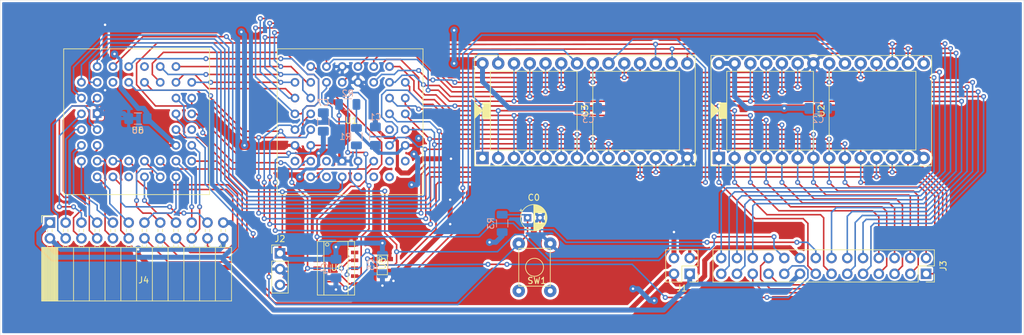
<source format=kicad_pcb>
(kicad_pcb (version 20171130) (host pcbnew 5.1.5+dfsg1-2build2)
  (title_block (title "µComputer mother board") (rev 1.0) (comment 1 "Antoine Stevan"))
  (layers (0 F.Cu signal) (31 B.Cu signal) (34 B.Paste user hide) (35 F.Paste user hide) (36 B.SilkS user) (37 F.SilkS user) (38 B.Mask user hide) (39 F.Mask user hide) (44 Edge.Cuts user))
  (net 0 "")
  (net 1 /#RES)
  (net 2 /MASTER_VCC)
  (net 3 /MASTER_GND)
  (net 4 /d7)
  (net 5 /d6)
  (net 6 /d5)
  (net 7 /d4)
  (net 8 /d3)
  (net 9 /d2)
  (net 10 /d1)
  (net 11 /d0)
  (net 12 /#DMA)
  (net 13 /#CLK)
  (net 14 /a15)
  (net 15 /a14)
  (net 16 /a13)
  (net 17 /a12)
  (net 18 /a11)
  (net 19 /a10)
  (net 20 /a9)
  (net 21 /a8)
  (net 22 /a7)
  (net 23 /a6)
  (net 24 /a5)
  (net 25 /a4)
  (net 26 /a3)
  (net 27 /a2)
  (net 28 /a1)
  (net 29 /a0)
  (net 30 /cb2)
  (net 31 /cb1)
  (net 32 /pb7)
  (net 33 /pb6)
  (net 34 /pb5)
  (net 35 /pb4)
  (net 36 /pb3)
  (net 37 /pb2)
  (net 38 /pb1)
  (net 39 /pb0)
  (net 40 /pa7)
  (net 41 /pa6)
  (net 42 /pa5)
  (net 43 /pa4)
  (net 44 /pa3)
  (net 45 /pa2)
  (net 46 /pa1)
  (net 47 /pa0)
  (net 48 /ca2)
  (net 49 /ca1)
  (net 50 /CLK)
  (net 51 "Net-(U1-Pad42)")
  (net 52 "Net-(U1-Pad43)")
  (net 53 "Net-(U1-Pad39)")
  (net 54 "Net-(U1-Pad12)")
  (net 55 "Net-(U1-Pad7)")
  (net 56 "Net-(U1-Pad8)")
  (net 57 "Net-(U1-Pad6)")
  (net 58 "Net-(U1-Pad4)")
  (net 59 "Net-(U1-Pad2)")
  (net 60 /#CE)
  (net 61 "Net-(U6-Pad11)")
  (net 62 "Net-(U6-Pad22)")
  (net 63 "Net-(U6-Pad38)")
  (net 64 "Net-(U6-Pad33)")
  (net 65 /#RW)
  (net 66 /#IRQ)
  (net 67 /GND)
  (net 68 /+5V)
  (net 69 /#CS2)
  (net 70 /#RAM_E)
  (net 71 /NAND1)
  (module Capacitor_SMD:C_1206_3216Metric_Pad1.42x1.75mm_HandSolder (layer B.Cu) (at 118.5275 52.705)
    (fp_text reference C3 (at 0 1.82) (layer B.SilkS) (effects (justify mirror)))
    (fp_text value C)
    (pad 2 smd roundrect (at 1.4875 0) (size 1.425 1.75) (layers B.Cu B.Paste B.Mask) (roundrect_rratio 0.175439) (net 67 /GND))
    (pad 1 smd roundrect (at -1.4875 0) (size 1.425 1.75) (layers B.Cu B.Paste B.Mask) (roundrect_rratio 0.175439) (net 68 /+5V))
  )
  (module Capacitor_SMD:C_1206_3216Metric_Pad1.42x1.75mm_HandSolder (layer B.Cu) (at 155.575 52.705)
    (fp_text reference C2 (at 0 1.82) (layer B.SilkS) (effects (justify mirror)))
    (fp_text value C)
    (pad 2 smd roundrect (at 1.4875 0) (size 1.425 1.75) (layers B.Cu B.Paste B.Mask) (roundrect_rratio 0.175439) (net 67 /GND))
    (pad 1 smd roundrect (at -1.4875 0) (size 1.425 1.75) (layers B.Cu B.Paste B.Mask) (roundrect_rratio 0.175439) (net 68 /+5V))
  )
  (module my_sockets:DIP_Socket-28_L35.56_W17.78_H5.1_P2.54 (layer F.Cu) (at 134.493 50.546 90)
    (fp_text reference U2 (at -2.54 21.59 90) (layer F.SilkS))
    (fp_text value AT28C256_PDIP_28)
    (pad 28 thru_hole circle (at 5.08 5.08 90) (size 2 2) (drill 1) (layers *.Cu *.Mask) (net 68 /+5V))
    (pad 27 thru_hole circle (at 5.08 7.62 90) (size 2 2) (drill 1) (layers *.Cu *.Mask) (net 68 /+5V))
    (pad 26 thru_hole circle (at 5.08 10.16 90) (size 2 2) (drill 1) (layers *.Cu *.Mask) (net 16 /a13))
    (pad 25 thru_hole circle (at 5.08 12.7 90) (size 2 2) (drill 1) (layers *.Cu *.Mask) (net 21 /a8))
    (pad 24 thru_hole circle (at 5.08 15.24 90) (size 2 2) (drill 1) (layers *.Cu *.Mask) (net 20 /a9))
    (pad 23 thru_hole circle (at 5.08 17.78 90) (size 2 2) (drill 1) (layers *.Cu *.Mask) (net 18 /a11))
    (pad 22 thru_hole circle (at 5.08 20.32 90) (size 2 2) (drill 1) (layers *.Cu *.Mask) (net 67 /GND))
    (pad 21 thru_hole circle (at 5.08 22.86 90) (size 2 2) (drill 1) (layers *.Cu *.Mask) (net 19 /a10))
    (pad 20 thru_hole circle (at 5.08 25.4 90) (size 2 2) (drill 1) (layers *.Cu *.Mask) (net 60 /#CE))
    (pad 19 thru_hole circle (at 5.08 27.94 90) (size 2 2) (drill 1) (layers *.Cu *.Mask) (net 4 /d7))
    (pad 18 thru_hole circle (at 5.08 30.48 90) (size 2 2) (drill 1) (layers *.Cu *.Mask) (net 5 /d6))
    (pad 17 thru_hole circle (at 5.08 33.02 90) (size 2 2) (drill 1) (layers *.Cu *.Mask) (net 6 /d5))
    (pad 16 thru_hole circle (at 5.08 35.56 90) (size 2 2) (drill 1) (layers *.Cu *.Mask) (net 7 /d4))
    (pad 15 thru_hole circle (at 5.08 38.1 90) (size 2 2) (drill 1) (layers *.Cu *.Mask) (net 8 /d3))
    (pad 14 thru_hole circle (at -10.16 38.1 90) (size 2 2) (drill 1) (layers *.Cu *.Mask) (net 67 /GND))
    (pad 13 thru_hole circle (at -10.16 35.56 90) (size 2 2) (drill 1) (layers *.Cu *.Mask) (net 9 /d2))
    (pad 12 thru_hole circle (at -10.16 33.02 90) (size 2 2) (drill 1) (layers *.Cu *.Mask) (net 10 /d1))
    (pad 11 thru_hole circle (at -10.16 30.48 90) (size 2 2) (drill 1) (layers *.Cu *.Mask) (net 11 /d0))
    (pad 10 thru_hole circle (at -10.16 27.94 90) (size 2 2) (drill 1) (layers *.Cu *.Mask) (net 29 /a0))
    (pad 9 thru_hole circle (at -10.16 25.4 90) (size 2 2) (drill 1) (layers *.Cu *.Mask) (net 28 /a1))
    (pad 8 thru_hole circle (at -10.16 22.86 90) (size 2 2) (drill 1) (layers *.Cu *.Mask) (net 27 /a2))
    (pad 7 thru_hole circle (at -10.16 20.32 90) (size 2 2) (drill 1) (layers *.Cu *.Mask) (net 26 /a3))
    (pad 6 thru_hole circle (at -10.16 17.78 90) (size 2 2) (drill 1) (layers *.Cu *.Mask) (net 25 /a4))
    (pad 5 thru_hole circle (at -10.16 15.24 90) (size 2 2) (drill 1) (layers *.Cu *.Mask) (net 24 /a5))
    (pad 4 thru_hole circle (at -10.16 12.7 90) (size 2 2) (drill 1) (layers *.Cu *.Mask) (net 23 /a6))
    (pad 3 thru_hole circle (at -10.16 10.16 90) (size 2 2) (drill 1) (layers *.Cu *.Mask) (net 22 /a7))
    (pad 2 thru_hole circle (at -10.16 7.62 90) (size 2 2) (drill 1) (layers *.Cu *.Mask) (net 17 /a12))
    (pad 1 thru_hole rect (at -10.16 5.08 90) (size 2 2) (drill 1) (layers *.Cu *.Mask) (net 15 /a14))
  )
  (module Connector_PinSocket_2.54mm:PinSocket_2x14_P2.54mm_Vertical (layer F.Cu) (at 172.974 79.375 270)
    (fp_text reference J3 (at -1.27 -2.77 90) (layer F.SilkS))
    (fp_text value Conn_02x14_Odd_Even)
    (pad 1 thru_hole rect (at 0 0 270) (size 1.7 1.7) (drill 1) (layers *.Cu *.Mask) (net 29 /a0))
    (pad 2 thru_hole oval (at -2.54 0 270) (size 1.7 1.7) (drill 1) (layers *.Cu *.Mask) (net 28 /a1))
    (pad 3 thru_hole oval (at 0 2.54 270) (size 1.7 1.7) (drill 1) (layers *.Cu *.Mask) (net 27 /a2))
    (pad 4 thru_hole oval (at -2.54 2.54 270) (size 1.7 1.7) (drill 1) (layers *.Cu *.Mask) (net 26 /a3))
    (pad 5 thru_hole oval (at 0 5.08 270) (size 1.7 1.7) (drill 1) (layers *.Cu *.Mask) (net 25 /a4))
    (pad 6 thru_hole oval (at -2.54 5.08 270) (size 1.7 1.7) (drill 1) (layers *.Cu *.Mask) (net 24 /a5))
    (pad 7 thru_hole oval (at 0 7.62 270) (size 1.7 1.7) (drill 1) (layers *.Cu *.Mask) (net 23 /a6))
    (pad 8 thru_hole oval (at -2.54 7.62 270) (size 1.7 1.7) (drill 1) (layers *.Cu *.Mask) (net 22 /a7))
    (pad 9 thru_hole oval (at 0 10.16 270) (size 1.7 1.7) (drill 1) (layers *.Cu *.Mask) (net 21 /a8))
    (pad 10 thru_hole oval (at -2.54 10.16 270) (size 1.7 1.7) (drill 1) (layers *.Cu *.Mask) (net 20 /a9))
    (pad 11 thru_hole oval (at 0 12.7 270) (size 1.7 1.7) (drill 1) (layers *.Cu *.Mask) (net 19 /a10))
    (pad 12 thru_hole oval (at -2.54 12.7 270) (size 1.7 1.7) (drill 1) (layers *.Cu *.Mask) (net 18 /a11))
    (pad 13 thru_hole oval (at 0 15.24 270) (size 1.7 1.7) (drill 1) (layers *.Cu *.Mask) (net 17 /a12))
    (pad 14 thru_hole oval (at -2.54 15.24 270) (size 1.7 1.7) (drill 1) (layers *.Cu *.Mask) (net 16 /a13))
    (pad 15 thru_hole oval (at 0 17.78 270) (size 1.7 1.7) (drill 1) (layers *.Cu *.Mask) (net 15 /a14))
    (pad 16 thru_hole oval (at -2.54 17.78 270) (size 1.7 1.7) (drill 1) (layers *.Cu *.Mask) (net 14 /a15))
    (pad 17 thru_hole oval (at 0 20.32 270) (size 1.7 1.7) (drill 1) (layers *.Cu *.Mask) (net 2 /MASTER_VCC))
    (pad 18 thru_hole oval (at -2.54 20.32 270) (size 1.7 1.7) (drill 1) (layers *.Cu *.Mask) (net 3 /MASTER_GND))
    (pad 19 thru_hole oval (at 0 22.86 270) (size 1.7 1.7) (drill 1) (layers *.Cu *.Mask) (net 13 /#CLK))
    (pad 20 thru_hole oval (at -2.54 22.86 270) (size 1.7 1.7) (drill 1) (layers *.Cu *.Mask) (net 12 /#DMA))
    (pad 21 thru_hole oval (at 0 25.4 270) (size 1.7 1.7) (drill 1) (layers *.Cu *.Mask) (net 11 /d0))
    (pad 22 thru_hole oval (at -2.54 25.4 270) (size 1.7 1.7) (drill 1) (layers *.Cu *.Mask) (net 10 /d1))
    (pad 23 thru_hole oval (at 0 27.94 270) (size 1.7 1.7) (drill 1) (layers *.Cu *.Mask) (net 9 /d2))
    (pad 24 thru_hole oval (at -2.54 27.94 270) (size 1.7 1.7) (drill 1) (layers *.Cu *.Mask) (net 8 /d3))
    (pad 25 thru_hole oval (at 0 30.48 270) (size 1.7 1.7) (drill 1) (layers *.Cu *.Mask) (net 7 /d4))
    (pad 26 thru_hole oval (at -2.54 30.48 270) (size 1.7 1.7) (drill 1) (layers *.Cu *.Mask) (net 6 /d5))
    (pad 27 thru_hole oval (at 0 33.02 270) (size 1.7 1.7) (drill 1) (layers *.Cu *.Mask) (net 5 /d6))
    (pad 28 thru_hole oval (at -2.54 33.02 270) (size 1.7 1.7) (drill 1) (layers *.Cu *.Mask) (net 4 /d7))
  )
  (module Connector_PinHeader_2.54mm:PinHeader_2x02_P2.54mm_Vertical (layer F.Cu) (at 134.874 79.375 180)
    (fp_text reference J1 (at 1.27 -2.33) (layer F.SilkS))
    (fp_text value Conn_01x04_Male)
    (pad 4 thru_hole oval (at 2.54 2.54 180) (size 1.7 1.7) (drill 1) (layers *.Cu *.Mask) (net 67 /GND))
    (pad 3 thru_hole oval (at 0 2.54 180) (size 1.7 1.7) (drill 1) (layers *.Cu *.Mask) (net 68 /+5V))
    (pad 2 thru_hole oval (at 2.54 0 180) (size 1.7 1.7) (drill 1) (layers *.Cu *.Mask) (net 3 /MASTER_GND))
    (pad 1 thru_hole rect (at 0 0 180) (size 1.7 1.7) (drill 1) (layers *.Cu *.Mask) (net 2 /MASTER_VCC))
  )
  (module Connector_PinHeader_2.54mm:PinHeader_1x03_P2.54mm_Vertical (layer F.Cu) (at 68.834 76.073)
    (fp_text reference J2 (at 0 -2.33) (layer F.SilkS))
    (fp_text value Conn_01x03_Male)
    (pad 3 thru_hole oval (at 0 5.08) (size 1.7 1.7) (drill 1) (layers *.Cu *.Mask) (net 50 /CLK))
    (pad 2 thru_hole oval (at 0 2.54) (size 1.7 1.7) (drill 1) (layers *.Cu *.Mask) (net 67 /GND))
    (pad 1 thru_hole rect (at 0 0) (size 1.7 1.7) (drill 1) (layers *.Cu *.Mask) (net 68 /+5V))
  )
  (module my_logic:SC-74A_p0.95 (layer F.Cu) (at 86.106 77.851 90)
    (fp_text reference U5 (at 0.12 -0.72 90) (layer F.SilkS))
    (fp_text value 2-AND)
    (pad 5 smd rect (at 0.85 0.44 90) (size 0.7 1) (layers F.Cu F.Paste F.Mask) (net 68 /+5V))
    (pad 4 smd rect (at -1.05 0.44 90) (size 0.7 1) (layers F.Cu F.Paste F.Mask) (net 70 /#RAM_E))
    (pad 3 smd rect (at -1.05 -1.96 90) (size 0.7 1) (layers F.Cu F.Paste F.Mask) (net 67 /GND))
    (pad 2 smd rect (at -0.1 -1.96 90) (size 0.7 1) (layers F.Cu F.Paste F.Mask) (net 12 /#DMA))
    (pad 1 smd rect (at 0.85 -1.96 90) (size 0.7 1) (layers F.Cu F.Paste F.Mask) (net 71 /NAND1))
  )
  (module my_sockets:DIP_Socket-28_L35.56_W17.78_H5.1_P2.54 (layer F.Cu) (at 96.393 50.546 90)
    (fp_text reference U3 (at -2.54 21.59 90) (layer F.SilkS))
    (fp_text value SRAM)
    (pad 28 thru_hole circle (at 5.08 5.08 90) (size 2 2) (drill 1) (layers *.Cu *.Mask) (net 68 /+5V))
    (pad 27 thru_hole circle (at 5.08 7.62 90) (size 2 2) (drill 1) (layers *.Cu *.Mask) (net 15 /a14))
    (pad 26 thru_hole circle (at 5.08 10.16 90) (size 2 2) (drill 1) (layers *.Cu *.Mask) (net 16 /a13))
    (pad 25 thru_hole circle (at 5.08 12.7 90) (size 2 2) (drill 1) (layers *.Cu *.Mask) (net 21 /a8))
    (pad 24 thru_hole circle (at 5.08 15.24 90) (size 2 2) (drill 1) (layers *.Cu *.Mask) (net 20 /a9))
    (pad 23 thru_hole circle (at 5.08 17.78 90) (size 2 2) (drill 1) (layers *.Cu *.Mask) (net 18 /a11))
    (pad 22 thru_hole circle (at 5.08 20.32 90) (size 2 2) (drill 1) (layers *.Cu *.Mask) (net 65 /#RW))
    (pad 21 thru_hole circle (at 5.08 22.86 90) (size 2 2) (drill 1) (layers *.Cu *.Mask) (net 19 /a10))
    (pad 20 thru_hole circle (at 5.08 25.4 90) (size 2 2) (drill 1) (layers *.Cu *.Mask) (net 70 /#RAM_E))
    (pad 19 thru_hole circle (at 5.08 27.94 90) (size 2 2) (drill 1) (layers *.Cu *.Mask) (net 4 /d7))
    (pad 18 thru_hole circle (at 5.08 30.48 90) (size 2 2) (drill 1) (layers *.Cu *.Mask) (net 5 /d6))
    (pad 17 thru_hole circle (at 5.08 33.02 90) (size 2 2) (drill 1) (layers *.Cu *.Mask) (net 6 /d5))
    (pad 16 thru_hole circle (at 5.08 35.56 90) (size 2 2) (drill 1) (layers *.Cu *.Mask) (net 7 /d4))
    (pad 15 thru_hole circle (at 5.08 38.1 90) (size 2 2) (drill 1) (layers *.Cu *.Mask) (net 8 /d3))
    (pad 14 thru_hole circle (at -10.16 38.1 90) (size 2 2) (drill 1) (layers *.Cu *.Mask) (net 67 /GND))
    (pad 13 thru_hole circle (at -10.16 35.56 90) (size 2 2) (drill 1) (layers *.Cu *.Mask) (net 9 /d2))
    (pad 12 thru_hole circle (at -10.16 33.02 90) (size 2 2) (drill 1) (layers *.Cu *.Mask) (net 10 /d1))
    (pad 11 thru_hole circle (at -10.16 30.48 90) (size 2 2) (drill 1) (layers *.Cu *.Mask) (net 11 /d0))
    (pad 10 thru_hole circle (at -10.16 27.94 90) (size 2 2) (drill 1) (layers *.Cu *.Mask) (net 29 /a0))
    (pad 9 thru_hole circle (at -10.16 25.4 90) (size 2 2) (drill 1) (layers *.Cu *.Mask) (net 28 /a1))
    (pad 8 thru_hole circle (at -10.16 22.86 90) (size 2 2) (drill 1) (layers *.Cu *.Mask) (net 27 /a2))
    (pad 7 thru_hole circle (at -10.16 20.32 90) (size 2 2) (drill 1) (layers *.Cu *.Mask) (net 26 /a3))
    (pad 6 thru_hole circle (at -10.16 17.78 90) (size 2 2) (drill 1) (layers *.Cu *.Mask) (net 25 /a4))
    (pad 5 thru_hole circle (at -10.16 15.24 90) (size 2 2) (drill 1) (layers *.Cu *.Mask) (net 24 /a5))
    (pad 4 thru_hole circle (at -10.16 12.7 90) (size 2 2) (drill 1) (layers *.Cu *.Mask) (net 23 /a6))
    (pad 3 thru_hole circle (at -10.16 10.16 90) (size 2 2) (drill 1) (layers *.Cu *.Mask) (net 22 /a7))
    (pad 2 thru_hole circle (at -10.16 7.62 90) (size 2 2) (drill 1) (layers *.Cu *.Mask) (net 17 /a12))
    (pad 1 thru_hole rect (at -10.16 5.08 90) (size 2 2) (drill 1) (layers *.Cu *.Mask) (net 15 /a14))
  )
  (module my_sockets:SOCKET_PLCC_DIP44_A23.5mm_B23.5mm_C12.7mm_D12.7mm_P2.54mm (layer F.Cu) (at 39.37 53.594 90)
    (fp_text reference U6 (at -2.667 6.54 180) (layer F.SilkS))
    (fp_text value W65C22_PLCC_44)
    (pad 1 thru_hole rect (at 0.04 0 90) (size 1.4 1.4) (drill 0.8) (layers *.Cu *.Mask) (net 67 /GND))
    (pad 2 thru_hole oval (at -2.54 -2.54 90) (size 1.4 1.4) (drill 0.8) (layers *.Cu *.Mask) (net 47 /pa0))
    (pad 3 thru_hole oval (at -2.54 0 90) (size 1.4 1.4) (drill 0.8) (layers *.Cu *.Mask) (net 46 /pa1))
    (pad 4 thru_hole oval (at -5.08 -2.54 90) (size 1.4 1.4) (drill 0.8) (layers *.Cu *.Mask) (net 45 /pa2))
    (pad 5 thru_hole oval (at -5.08 0 90) (size 1.4 1.4) (drill 0.8) (layers *.Cu *.Mask) (net 44 /pa3))
    (pad 6 thru_hole oval (at -7.62 -2.54 90) (size 1.4 1.4) (drill 0.8) (layers *.Cu *.Mask) (net 43 /pa4))
    (pad 8 thru_hole oval (at -7.62 0 90) (size 1.4 1.4) (drill 0.8) (layers *.Cu *.Mask) (net 41 /pa6))
    (pad 7 thru_hole oval (at -10.16 0 90) (size 1.4 1.4) (drill 0.8) (layers *.Cu *.Mask) (net 42 /pa5))
    (pad 9 thru_hole oval (at -10.16 2.54 90) (size 1.4 1.4) (drill 0.8) (layers *.Cu *.Mask) (net 40 /pa7))
    (pad 10 thru_hole oval (at -7.62 2.54 90) (size 1.4 1.4) (drill 0.8) (layers *.Cu *.Mask) (net 39 /pb0))
    (pad 11 thru_hole oval (at -10.16 5.08 90) (size 1.4 1.4) (drill 0.8) (layers *.Cu *.Mask) (net 61 "Net-(U6-Pad11)"))
    (pad 12 thru_hole oval (at -7.62 5.08 90) (size 1.4 1.4) (drill 0.8) (layers *.Cu *.Mask) (net 38 /pb1))
    (pad 13 thru_hole oval (at -10.16 7.62 90) (size 1.4 1.4) (drill 0.8) (layers *.Cu *.Mask) (net 37 /pb2))
    (pad 14 thru_hole oval (at -7.62 7.62 90) (size 1.4 1.4) (drill 0.8) (layers *.Cu *.Mask) (net 36 /pb3))
    (pad 15 thru_hole oval (at -10.16 10.16 90) (size 1.4 1.4) (drill 0.8) (layers *.Cu *.Mask) (net 35 /pb4))
    (pad 16 thru_hole oval (at -7.62 10.16 180) (size 1.4 1.4) (drill 0.8) (layers *.Cu *.Mask) (net 34 /pb5))
    (pad 17 thru_hole oval (at -10.16 12.7 90) (size 1.4 1.4) (drill 0.8) (layers *.Cu *.Mask) (net 33 /pb6))
    (pad 19 thru_hole oval (at -7.62 12.7 90) (size 1.4 1.4) (drill 0.8) (layers *.Cu *.Mask) (net 31 /cb1))
    (pad 18 thru_hole oval (at -7.62 15.24 90) (size 1.4 1.4) (drill 0.8) (layers *.Cu *.Mask) (net 32 /pb7))
    (pad 20 thru_hole oval (at -5.08 15.24 90) (size 1.4 1.4) (drill 0.8) (layers *.Cu *.Mask) (net 30 /cb2))
    (pad 21 thru_hole oval (at -5.08 12.7 90) (size 1.4 1.4) (drill 0.8) (layers *.Cu *.Mask) (net 68 /+5V))
    (pad 23 thru_hole oval (at -2.54 12.7 90) (size 1.4 1.4) (drill 0.8) (layers *.Cu *.Mask) (net 66 /#IRQ))
    (pad 22 thru_hole oval (at -2.54 15.24 90) (size 1.4 1.4) (drill 0.8) (layers *.Cu *.Mask) (net 62 "Net-(U6-Pad22)"))
    (pad 24 thru_hole oval (at 0 15.24 90) (size 1.4 1.4) (drill 0.8) (layers *.Cu *.Mask) (net 65 /#RW))
    (pad 25 thru_hole oval (at 0 12.7 90) (size 1.4 1.4) (drill 0.8) (layers *.Cu *.Mask) (net 69 /#CS2))
    (pad 27 thru_hole oval (at 2.54 12.7 90) (size 1.4 1.4) (drill 0.8) (layers *.Cu *.Mask) (net 50 /CLK))
    (pad 26 thru_hole oval (at 2.54 15.24 90) (size 1.4 1.4) (drill 0.8) (layers *.Cu *.Mask) (net 16 /a13))
    (pad 28 thru_hole oval (at 5.08 15.24 90) (size 1.4 1.4) (drill 0.8) (layers *.Cu *.Mask) (net 4 /d7))
    (pad 30 thru_hole oval (at 5.08 12.7 90) (size 1.4 1.4) (drill 0.8) (layers *.Cu *.Mask) (net 6 /d5))
    (pad 32 thru_hole oval (at 5.08 10.16 90) (size 1.4 1.4) (drill 0.8) (layers *.Cu *.Mask) (net 8 /d3))
    (pad 34 thru_hole oval (at 5.08 7.62 90) (size 1.4 1.4) (drill 0.8) (layers *.Cu *.Mask) (net 9 /d2))
    (pad 36 thru_hole oval (at 5.08 5.08 90) (size 1.4 1.4) (drill 0.8) (layers *.Cu *.Mask) (net 11 /d0))
    (pad 38 thru_hole oval (at 5.08 2.54 90) (size 1.4 1.4) (drill 0.8) (layers *.Cu *.Mask) (net 63 "Net-(U6-Pad38)"))
    (pad 41 thru_hole oval (at 5.08 0 90) (size 1.4 1.4) (drill 0.8) (layers *.Cu *.Mask) (net 28 /a1))
    (pad 39 thru_hole oval (at 7.62 0 90) (size 1.4 1.4) (drill 0.8) (layers *.Cu *.Mask) (net 26 /a3))
    (pad 37 thru_hole oval (at 7.62 2.54 90) (size 1.4 1.4) (drill 0.8) (layers *.Cu *.Mask) (net 1 /#RES))
    (pad 35 thru_hole oval (at 7.62 5.08 90) (size 1.4 1.4) (drill 0.8) (layers *.Cu *.Mask) (net 10 /d1))
    (pad 33 thru_hole oval (at 7.62 7.62 90) (size 1.4 1.4) (drill 0.8) (layers *.Cu *.Mask) (net 64 "Net-(U6-Pad33)"))
    (pad 31 thru_hole oval (at 7.62 10.16 90) (size 1.4 1.4) (drill 0.8) (layers *.Cu *.Mask) (net 7 /d4))
    (pad 29 thru_hole oval (at 7.62 12.7 90) (size 1.4 1.4) (drill 0.8) (layers *.Cu *.Mask) (net 5 /d6))
    (pad 43 thru_hole oval (at 2.54 0 90) (size 1.4 1.4) (drill 0.8) (layers *.Cu *.Mask) (net 48 /ca2))
    (pad 42 thru_hole oval (at 2.54 -2.54 90) (size 1.4 1.4) (drill 0.8) (layers *.Cu *.Mask) (net 29 /a0))
    (pad 44 thru_hole oval (at 0 -2.54 90) (size 1.4 1.4) (drill 0.8) (layers *.Cu *.Mask) (net 49 /ca1))
    (pad 40 thru_hole oval (at 5.08 -2.54 90) (size 1.4 1.4) (drill 0.8) (layers *.Cu *.Mask) (net 27 /a2))
  )
  (module my_sockets:SOCKET_PLCC_DIP44_A23.5mm_B23.5mm_C12.7mm_D12.7mm_P2.54mm (layer F.Cu) (at 78.867 61.214 180)
    (fp_text reference U1 (at -1.46 6.54) (layer F.SilkS))
    (fp_text value W65C02_PLCC_44)
    (pad 1 thru_hole rect (at 0.04 0 180) (size 1.4 1.4) (drill 0.8) (layers *.Cu *.Mask) (net 67 /GND))
    (pad 2 thru_hole oval (at -2.54 -2.54 180) (size 1.4 1.4) (drill 0.8) (layers *.Cu *.Mask) (net 59 "Net-(U1-Pad2)"))
    (pad 3 thru_hole oval (at -2.54 0 180) (size 1.4 1.4) (drill 0.8) (layers *.Cu *.Mask) (net 12 /#DMA))
    (pad 4 thru_hole oval (at -5.08 -2.54 180) (size 1.4 1.4) (drill 0.8) (layers *.Cu *.Mask) (net 58 "Net-(U1-Pad4)"))
    (pad 5 thru_hole oval (at -5.08 0 180) (size 1.4 1.4) (drill 0.8) (layers *.Cu *.Mask) (net 66 /#IRQ))
    (pad 6 thru_hole oval (at -7.62 -2.54 180) (size 1.4 1.4) (drill 0.8) (layers *.Cu *.Mask) (net 57 "Net-(U1-Pad6)"))
    (pad 8 thru_hole oval (at -7.62 0 180) (size 1.4 1.4) (drill 0.8) (layers *.Cu *.Mask) (net 56 "Net-(U1-Pad8)"))
    (pad 7 thru_hole oval (at -10.16 0 180) (size 1.4 1.4) (drill 0.8) (layers *.Cu *.Mask) (net 55 "Net-(U1-Pad7)"))
    (pad 9 thru_hole oval (at -10.16 2.54 180) (size 1.4 1.4) (drill 0.8) (layers *.Cu *.Mask) (net 68 /+5V))
    (pad 10 thru_hole oval (at -7.62 2.54 180) (size 1.4 1.4) (drill 0.8) (layers *.Cu *.Mask) (net 29 /a0))
    (pad 11 thru_hole oval (at -10.16 5.08 180) (size 1.4 1.4) (drill 0.8) (layers *.Cu *.Mask) (net 28 /a1))
    (pad 12 thru_hole oval (at -7.62 5.08 180) (size 1.4 1.4) (drill 0.8) (layers *.Cu *.Mask) (net 54 "Net-(U1-Pad12)"))
    (pad 13 thru_hole oval (at -10.16 7.62 180) (size 1.4 1.4) (drill 0.8) (layers *.Cu *.Mask) (net 27 /a2))
    (pad 14 thru_hole oval (at -7.62 7.62 180) (size 1.4 1.4) (drill 0.8) (layers *.Cu *.Mask) (net 26 /a3))
    (pad 15 thru_hole oval (at -10.16 10.16 180) (size 1.4 1.4) (drill 0.8) (layers *.Cu *.Mask) (net 25 /a4))
    (pad 16 thru_hole oval (at -7.62 10.16 270) (size 1.4 1.4) (drill 0.8) (layers *.Cu *.Mask) (net 24 /a5))
    (pad 17 thru_hole oval (at -10.16 12.7 180) (size 1.4 1.4) (drill 0.8) (layers *.Cu *.Mask) (net 23 /a6))
    (pad 19 thru_hole oval (at -7.62 12.7 180) (size 1.4 1.4) (drill 0.8) (layers *.Cu *.Mask) (net 21 /a8))
    (pad 18 thru_hole oval (at -7.62 15.24 180) (size 1.4 1.4) (drill 0.8) (layers *.Cu *.Mask) (net 22 /a7))
    (pad 20 thru_hole oval (at -5.08 15.24 180) (size 1.4 1.4) (drill 0.8) (layers *.Cu *.Mask) (net 20 /a9))
    (pad 21 thru_hole oval (at -5.08 12.7 180) (size 1.4 1.4) (drill 0.8) (layers *.Cu *.Mask) (net 19 /a10))
    (pad 23 thru_hole oval (at -2.54 12.7 180) (size 1.4 1.4) (drill 0.8) (layers *.Cu *.Mask) (net 67 /GND))
    (pad 22 thru_hole oval (at -2.54 15.24 180) (size 1.4 1.4) (drill 0.8) (layers *.Cu *.Mask) (net 18 /a11))
    (pad 24 thru_hole oval (at 0 15.24 180) (size 1.4 1.4) (drill 0.8) (layers *.Cu *.Mask) (net 67 /GND))
    (pad 25 thru_hole oval (at 0 12.7 180) (size 1.4 1.4) (drill 0.8) (layers *.Cu *.Mask) (net 17 /a12))
    (pad 27 thru_hole oval (at 2.54 12.7 180) (size 1.4 1.4) (drill 0.8) (layers *.Cu *.Mask) (net 15 /a14))
    (pad 26 thru_hole oval (at 2.54 15.24 180) (size 1.4 1.4) (drill 0.8) (layers *.Cu *.Mask) (net 16 /a13))
    (pad 28 thru_hole oval (at 5.08 15.24 180) (size 1.4 1.4) (drill 0.8) (layers *.Cu *.Mask) (net 14 /a15))
    (pad 30 thru_hole oval (at 5.08 12.7 180) (size 1.4 1.4) (drill 0.8) (layers *.Cu *.Mask) (net 5 /d6))
    (pad 32 thru_hole oval (at 5.08 10.16 180) (size 1.4 1.4) (drill 0.8) (layers *.Cu *.Mask) (net 7 /d4))
    (pad 34 thru_hole oval (at 5.08 7.62 180) (size 1.4 1.4) (drill 0.8) (layers *.Cu *.Mask) (net 9 /d2))
    (pad 36 thru_hole oval (at 5.08 5.08 180) (size 1.4 1.4) (drill 0.8) (layers *.Cu *.Mask) (net 11 /d0))
    (pad 38 thru_hole oval (at 5.08 2.54 180) (size 1.4 1.4) (drill 0.8) (layers *.Cu *.Mask) (net 65 /#RW))
    (pad 41 thru_hole oval (at 5.08 0 180) (size 1.4 1.4) (drill 0.8) (layers *.Cu *.Mask) (net 50 /CLK))
    (pad 39 thru_hole oval (at 7.62 0 180) (size 1.4 1.4) (drill 0.8) (layers *.Cu *.Mask) (net 53 "Net-(U1-Pad39)"))
    (pad 37 thru_hole oval (at 7.62 2.54 180) (size 1.4 1.4) (drill 0.8) (layers *.Cu *.Mask) (net 68 /+5V))
    (pad 35 thru_hole oval (at 7.62 5.08 180) (size 1.4 1.4) (drill 0.8) (layers *.Cu *.Mask) (net 10 /d1))
    (pad 33 thru_hole oval (at 7.62 7.62 180) (size 1.4 1.4) (drill 0.8) (layers *.Cu *.Mask) (net 8 /d3))
    (pad 31 thru_hole oval (at 7.62 10.16 180) (size 1.4 1.4) (drill 0.8) (layers *.Cu *.Mask) (net 6 /d5))
    (pad 29 thru_hole oval (at 7.62 12.7 180) (size 1.4 1.4) (drill 0.8) (layers *.Cu *.Mask) (net 4 /d7))
    (pad 43 thru_hole oval (at 2.54 0 180) (size 1.4 1.4) (drill 0.8) (layers *.Cu *.Mask) (net 52 "Net-(U1-Pad43)"))
    (pad 42 thru_hole oval (at 2.54 -2.54 180) (size 1.4 1.4) (drill 0.8) (layers *.Cu *.Mask) (net 51 "Net-(U1-Pad42)"))
    (pad 44 thru_hole oval (at 0 -2.54 180) (size 1.4 1.4) (drill 0.8) (layers *.Cu *.Mask) (net 1 /#RES))
    (pad 40 thru_hole oval (at 5.08 -2.54 180) (size 1.4 1.4) (drill 0.8) (layers *.Cu *.Mask) (net 12 /#DMA))
  )
  (module Connector_PinSocket_2.54mm:PinSocket_2x12_P2.54mm_Horizontal (layer F.Cu) (at 31.75 71.12 90)
    (fp_text reference J4 (at -9.271 15.113 180) (layer F.SilkS))
    (fp_text value Conn_02x12_Odd_Even)
    (pad 24 thru_hole oval (at -2.54 27.94 90) (size 1.7 1.7) (drill 1) (layers *.Cu *.Mask) (net 3 /MASTER_GND))
    (pad 23 thru_hole oval (at 0 27.94 90) (size 1.7 1.7) (drill 1) (layers *.Cu *.Mask) (net 2 /MASTER_VCC))
    (pad 22 thru_hole oval (at -2.54 25.4 90) (size 1.7 1.7) (drill 1) (layers *.Cu *.Mask) (net 38 /pb1))
    (pad 21 thru_hole oval (at 0 25.4 90) (size 1.7 1.7) (drill 1) (layers *.Cu *.Mask) (net 39 /pb0))
    (pad 20 thru_hole oval (at -2.54 22.86 90) (size 1.7 1.7) (drill 1) (layers *.Cu *.Mask) (net 30 /cb2))
    (pad 19 thru_hole oval (at 0 22.86 90) (size 1.7 1.7) (drill 1) (layers *.Cu *.Mask) (net 31 /cb1))
    (pad 18 thru_hole oval (at -2.54 20.32 90) (size 1.7 1.7) (drill 1) (layers *.Cu *.Mask) (net 36 /pb3))
    (pad 17 thru_hole oval (at 0 20.32 90) (size 1.7 1.7) (drill 1) (layers *.Cu *.Mask) (net 37 /pb2))
    (pad 16 thru_hole oval (at -2.54 17.78 90) (size 1.7 1.7) (drill 1) (layers *.Cu *.Mask) (net 34 /pb5))
    (pad 15 thru_hole oval (at 0 17.78 90) (size 1.7 1.7) (drill 1) (layers *.Cu *.Mask) (net 35 /pb4))
    (pad 14 thru_hole oval (at -2.54 15.24 90) (size 1.7 1.7) (drill 1) (layers *.Cu *.Mask) (net 32 /pb7))
    (pad 13 thru_hole oval (at 0 15.24 90) (size 1.7 1.7) (drill 1) (layers *.Cu *.Mask) (net 33 /pb6))
    (pad 12 thru_hole oval (at -2.54 12.7 90) (size 1.7 1.7) (drill 1) (layers *.Cu *.Mask) (net 40 /pa7))
    (pad 11 thru_hole oval (at 0 12.7 90) (size 1.7 1.7) (drill 1) (layers *.Cu *.Mask) (net 41 /pa6))
    (pad 10 thru_hole oval (at -2.54 10.16 90) (size 1.7 1.7) (drill 1) (layers *.Cu *.Mask) (net 42 /pa5))
    (pad 9 thru_hole oval (at 0 10.16 90) (size 1.7 1.7) (drill 1) (layers *.Cu *.Mask) (net 43 /pa4))
    (pad 8 thru_hole oval (at -2.54 7.62 90) (size 1.7 1.7) (drill 1) (layers *.Cu *.Mask) (net 44 /pa3))
    (pad 7 thru_hole oval (at 0 7.62 90) (size 1.7 1.7) (drill 1) (layers *.Cu *.Mask) (net 45 /pa2))
    (pad 6 thru_hole oval (at -2.54 5.08 90) (size 1.7 1.7) (drill 1) (layers *.Cu *.Mask) (net 48 /ca2))
    (pad 5 thru_hole oval (at 0 5.08 90) (size 1.7 1.7) (drill 1) (layers *.Cu *.Mask) (net 49 /ca1))
    (pad 4 thru_hole oval (at -2.54 2.54 90) (size 1.7 1.7) (drill 1) (layers *.Cu *.Mask) (net 46 /pa1))
    (pad 3 thru_hole oval (at 0 2.54 90) (size 1.7 1.7) (drill 1) (layers *.Cu *.Mask) (net 47 /pa0))
    (pad 2 thru_hole oval (at -2.54 0 90) (size 1.7 1.7) (drill 1) (layers *.Cu *.Mask) (net 3 /MASTER_GND))
    (pad 1 thru_hole rect (at 0 0 90) (size 1.7 1.7) (drill 1) (layers *.Cu *.Mask) (net 2 /MASTER_VCC))
  )
  (module Resistor_SMD:R_1206_3216Metric (layer B.Cu) (at 79.759 52.07)
    (fp_text reference R2 (at 0 -1.778) (layer B.SilkS) (effects (justify mirror)))
    (fp_text value 1K)
    (pad 2 smd roundrect (at 1.4 0) (size 1.25 1.75) (layers B.Cu B.Paste B.Mask) (roundrect_rratio 0.2) (net 68 /+5V))
    (pad 1 smd roundrect (at -1.4 0) (size 1.25 1.75) (layers B.Cu B.Paste B.Mask) (roundrect_rratio 0.2) (net 65 /#RW))
  )
  (module Resistor_SMD:R_1206_3216Metric (layer B.Cu) (at 81.153 57.274 90)
    (fp_text reference R1 (at 0 -1.778 180) (layer B.SilkS) (effects (justify mirror)))
    (fp_text value 1K)
    (pad 2 smd roundrect (at 1.4 0 90) (size 1.25 1.75) (layers B.Cu B.Paste B.Mask) (roundrect_rratio 0.2) (net 68 /+5V))
    (pad 1 smd roundrect (at -1.4 0 90) (size 1.25 1.75) (layers B.Cu B.Paste B.Mask) (roundrect_rratio 0.2) (net 12 /#DMA))
  )
  (module Capacitor_SMD:C_1206_3216Metric_Pad1.42x1.75mm_HandSolder (layer B.Cu) (at 84.201 57.1865 90)
    (fp_text reference C1 (at 3.0845 0 180) (layer B.SilkS) (effects (justify mirror)))
    (fp_text value C)
    (pad 1 smd roundrect (at -1.4875 0 90) (size 1.425 1.75) (layers B.Cu B.Paste B.Mask) (roundrect_rratio 0.175439) (net 68 /+5V))
    (pad 2 smd roundrect (at 1.4875 0 90) (size 1.425 1.75) (layers B.Cu B.Paste B.Mask) (roundrect_rratio 0.175439) (net 67 /GND))
  )
  (module Capacitor_SMD:C_1206_3216Metric_Pad1.42x1.75mm_HandSolder (layer B.Cu) (at 75.819 54.9005 90)
    (fp_text reference C7 (at 3.0845 0) (layer B.SilkS) (effects (justify mirror)))
    (fp_text value C)
    (pad 1 smd roundrect (at -1.4875 0 90) (size 1.425 1.75) (layers B.Cu B.Paste B.Mask) (roundrect_rratio 0.175439) (net 68 /+5V))
    (pad 2 smd roundrect (at 1.4875 0 90) (size 1.425 1.75) (layers B.Cu B.Paste B.Mask) (roundrect_rratio 0.175439) (net 67 /GND))
  )
  (module Resistor_SMD:R_1206_3216Metric (layer B.Cu) (at 104.648 71.25 270)
    (fp_text reference R3 (at 0 1.82 90) (layer B.SilkS) (effects (justify mirror)))
    (fp_text value 1K)
    (pad 2 smd roundrect (at 1.4 0 270) (size 1.25 1.75) (layers B.Cu B.Paste B.Mask) (roundrect_rratio 0.2) (net 68 /+5V))
    (pad 1 smd roundrect (at -1.4 0 270) (size 1.25 1.75) (layers B.Cu B.Paste B.Mask) (roundrect_rratio 0.2) (net 1 /#RES))
  )
  (module Capacitor_THT:CP_Radial_D4.0mm_P2.00mm (layer F.Cu) (at 108.7419 70.335)
    (fp_text reference C0 (at 1 -3.25) (layer F.SilkS))
    (fp_text value C)
    (pad 2 thru_hole circle (at 2 0) (size 1.2 1.2) (drill 0.6) (layers *.Cu *.Mask) (net 67 /GND))
    (pad 1 thru_hole rect (at 0 0) (size 1.2 1.2) (drill 0.6) (layers *.Cu *.Mask) (net 1 /#RES))
  )
  (module Capacitor_SMD:C_1206_3216Metric_Pad1.42x1.75mm_HandSolder (layer B.Cu) (at 85.344 77.8875 270)
    (fp_text reference C5 (at 0 1.82 90) (layer B.SilkS) (effects (justify mirror)))
    (fp_text value C)
    (pad 2 smd roundrect (at 1.4875 0 270) (size 1.425 1.75) (layers B.Cu B.Paste B.Mask) (roundrect_rratio 0.175439) (net 67 /GND))
    (pad 1 smd roundrect (at -1.4875 0 270) (size 1.425 1.75) (layers B.Cu B.Paste B.Mask) (roundrect_rratio 0.175439) (net 68 /+5V))
  )
  (module Capacitor_SMD:C_1206_3216Metric_Pad1.42x1.75mm_HandSolder (layer B.Cu) (at 77.851 78.5225 270)
    (fp_text reference C4 (at 0 1.82 270) (layer B.SilkS) (effects (justify mirror)))
    (fp_text value C)
    (pad 2 smd roundrect (at 1.4875 0 270) (size 1.425 1.75) (layers B.Cu B.Paste B.Mask) (roundrect_rratio 0.175439) (net 67 /GND))
    (pad 1 smd roundrect (at -1.4875 0 270) (size 1.425 1.75) (layers B.Cu B.Paste B.Mask) (roundrect_rratio 0.175439) (net 68 /+5V))
  )
  (module my_logic:SOIC_14_L.1.18_W0.58_P1.27 (layer F.Cu) (at 77.711001 78.375)
    (fp_text reference U4 (at 0.3175 0.01524) (layer F.SilkS))
    (fp_text value 74LS00)
    (pad 1 smd rect (at -2.90576 -3.7084) (size 1.18 0.58) (layers F.Cu F.Paste F.Mask) (net 14 /a15))
    (pad 2 smd rect (at -2.90576 -2.4384) (size 1.18 0.58) (layers F.Cu F.Paste F.Mask) (net 14 /a15))
    (pad 3 smd rect (at -2.90576 -1.1684) (size 1.18 0.58) (layers F.Cu F.Paste F.Mask) (net 60 /#CE))
    (pad 4 smd rect (at -2.90576 0.1016) (size 1.18 0.58) (layers F.Cu F.Paste F.Mask) (net 50 /CLK))
    (pad 5 smd rect (at -2.90576 1.3716) (size 1.18 0.58) (layers F.Cu F.Paste F.Mask) (net 60 /#CE))
    (pad 6 smd rect (at -2.90576 2.6416) (size 1.18 0.58) (layers F.Cu F.Paste F.Mask) (net 71 /NAND1))
    (pad 7 smd rect (at -2.90576 3.9116) (size 1.18 0.58) (layers F.Cu F.Paste F.Mask) (net 67 /GND))
    (pad 8 smd rect (at 3.15722 3.9116) (size 1.18 0.58) (layers F.Cu F.Paste F.Mask) (net 69 /#CS2))
    (pad 9 smd rect (at 3.15722 2.6416) (size 1.18 0.58) (layers F.Cu F.Paste F.Mask) (net 60 /#CE))
    (pad 10 smd rect (at 3.15722 1.3716) (size 1.18 0.58) (layers F.Cu F.Paste F.Mask) (net 15 /a14))
    (pad 11 smd rect (at 3.15722 0.1016) (size 1.18 0.58) (layers F.Cu F.Paste F.Mask) (net 13 /#CLK))
    (pad 12 smd rect (at 3.15722 -1.1684) (size 1.18 0.58) (layers F.Cu F.Paste F.Mask) (net 50 /CLK))
    (pad 13 smd rect (at 3.15722 -2.4384) (size 1.18 0.58) (layers F.Cu F.Paste F.Mask) (net 50 /CLK))
    (pad 14 smd rect (at 3.15722 -3.7084) (size 1.18 0.58) (layers F.Cu F.Paste F.Mask) (net 68 /+5V))
  )
  (module Capacitor_SMD:C_1206_3216Metric_Pad1.42x1.75mm_HandSolder (layer B.Cu) (at 45.9375 54.356 180)
    (fp_text reference C6 (at 0 -1.905) (layer B.SilkS) (effects (justify mirror)))
    (fp_text value C)
    (pad 2 smd roundrect (at 1.4875 0 180) (size 1.425 1.75) (layers B.Cu B.Paste B.Mask) (roundrect_rratio 0.175439) (net 67 /GND))
    (pad 1 smd roundrect (at -1.4875 0 180) (size 1.425 1.75) (layers B.Cu B.Paste B.Mask) (roundrect_rratio 0.175439) (net 68 /+5V))
  )
  (module my_buttons:pushbutton_button (layer F.Cu) (at 109.8595 79.5933)
    (fp_text reference SW1 (at 0.381 0.889 180) (layer F.SilkS))
    (fp_text value reset)
    (pad 4 thru_hole circle (at -2.54 2.54 270) (size 2 2) (drill 0.8) (layers *.Cu *.Mask))
    (pad 3 thru_hole circle (at 2.54 2.54 270) (size 2 2) (drill 0.8) (layers *.Cu *.Mask))
    (pad 2 thru_hole circle (at -2.54 -5.08 270) (size 2 2) (drill 0.8) (layers *.Cu *.Mask) (net 1 /#RES))
    (pad 1 thru_hole circle (at 2.54 -5.08 270) (size 2 2) (drill 0.8) (layers *.Cu *.Mask) (net 67 /GND))
  )
  (gr_line (start 188.73 89.27) (end 23.73 89.27) (layer Edge.Cuts) (width 0.05))
  (gr_line (start 23.73 35.27) (end 188.73 35.27) (layer Edge.Cuts) (width 0.05))
  (gr_line (start 188.73 35.27) (end 188.73 89.27) (layer Edge.Cuts) (width 0.05))
  (gr_line (start 23.73 89.27) (end 23.73 35.27) (layer Edge.Cuts) (width 0.05))
  (via (at 60.198 41.148) (size 0.8) (drill 0.4) (layers F.Cu B.Cu) (net 1))
  (segment (start 46.736 41.148) (end 41.91 45.974) (width 0.25) (layer F.Cu) (net 1))
  (segment (start 60.198 41.148) (end 46.736 41.148) (width 0.25) (layer F.Cu) (net 1))
  (segment (start 108.7419 73.0909) (end 107.3195 74.5133) (width 0.25) (layer F.Cu) (net 1))
  (segment (start 108.7419 70.335) (end 108.7419 73.0909) (width 0.25) (layer F.Cu) (net 1))
  (segment (start 78.867 65.659) (end 78.867 63.754) (width 0.25) (layer B.Cu) (net 1))
  (segment (start 63.881 66.167) (end 69.215 66.167) (width 0.25) (layer B.Cu) (net 1))
  (segment (start 61.214 63.5) (end 63.881 66.167) (width 0.25) (layer B.Cu) (net 1))
  (segment (start 61.214 42.164) (end 61.214 63.5) (width 0.25) (layer B.Cu) (net 1))
  (segment (start 78.359 66.167) (end 78.867 65.659) (width 0.25) (layer B.Cu) (net 1))
  (segment (start 60.198 41.148) (end 61.214 42.164) (width 0.25) (layer B.Cu) (net 1))
  (segment (start 69.215 66.167) (end 78.359 66.167) (width 0.25) (layer B.Cu) (net 1))
  (via (at 69.215 66.167) (size 0.8) (drill 0.4) (layers F.Cu B.Cu) (net 1))
  (segment (start 69.215 66.167) (end 69.215 73.152) (width 0.25) (layer F.Cu) (net 1))
  (segment (start 69.215 73.152) (end 67.056 75.311) (width 0.25) (layer F.Cu) (net 1))
  (segment (start 67.056 75.311) (end 67.056 79.883) (width 0.25) (layer F.Cu) (net 1))
  (segment (start 67.056 79.883) (end 67.056 79.883) (width 0.25) (layer F.Cu) (net 1))
  (via (at 67.056 79.883) (size 0.8) (drill 0.4) (layers F.Cu B.Cu) (net 1))
  (segment (start 97.5048 84.328) (end 107.3195 74.5133) (width 0.25) (layer B.Cu) (net 1))
  (segment (start 68.199 84.328) (end 97.5048 84.328) (width 0.25) (layer B.Cu) (net 1))
  (segment (start 67.056 83.185) (end 68.199 84.328) (width 0.25) (layer B.Cu) (net 1))
  (segment (start 67.056 79.883) (end 67.056 83.185) (width 0.25) (layer B.Cu) (net 1))
  (segment (start 108.2569 69.85) (end 108.7419 70.335) (width 0.25) (layer B.Cu) (net 1))
  (segment (start 104.648 69.85) (end 108.2569 69.85) (width 0.25) (layer B.Cu) (net 1))
  (segment (start 29.972 74.422) (end 29.972 72.898) (width 0.8) (layer B.Cu) (net 2))
  (segment (start 59.69 76.708) (end 32.258 76.708) (width 0.8) (layer B.Cu) (net 2))
  (segment (start 61.468 74.93) (end 59.69 76.708) (width 0.8) (layer B.Cu) (net 2))
  (segment (start 61.468 71.695919) (end 61.468 74.93) (width 0.8) (layer B.Cu) (net 2))
  (segment (start 32.258 76.708) (end 29.972 74.422) (width 0.8) (layer B.Cu) (net 2))
  (segment (start 60.892081 71.12) (end 61.468 71.695919) (width 0.8) (layer B.Cu) (net 2))
  (segment (start 29.972 72.898) (end 31.75 71.12) (width 0.8) (layer B.Cu) (net 2))
  (segment (start 59.69 71.12) (end 60.892081 71.12) (width 0.8) (layer B.Cu) (net 2))
  (segment (start 134.874 81.025) (end 134.875 81.026) (width 0.8) (layer B.Cu) (net 2))
  (segment (start 134.874 79.375) (end 134.874 81.025) (width 0.8) (layer B.Cu) (net 2))
  (segment (start 151.003 81.026) (end 152.654 79.375) (width 0.8) (layer B.Cu) (net 2))
  (segment (start 134.875 81.026) (end 151.003 81.026) (width 0.8) (layer B.Cu) (net 2))
  (segment (start 134.874 81.025) (end 130.682 85.217) (width 0.8) (layer B.Cu) (net 2))
  (segment (start 130.682 85.217) (end 67.818 85.217) (width 0.8) (layer B.Cu) (net 2))
  (segment (start 59.69 77.089) (end 59.69 76.708) (width 0.8) (layer B.Cu) (net 2))
  (segment (start 67.818 85.217) (end 59.69 77.089) (width 0.8) (layer B.Cu) (net 2))
  (segment (start 33.528 75.438) (end 31.75 73.66) (width 0.8) (layer B.Cu) (net 3))
  (segment (start 59.114081 75.438) (end 45.974 75.438) (width 0.8) (layer B.Cu) (net 3))
  (segment (start 59.69 74.862081) (end 59.114081 75.438) (width 0.8) (layer B.Cu) (net 3))
  (segment (start 59.69 73.66) (end 59.69 74.862081) (width 0.8) (layer B.Cu) (net 3))
  (segment (start 132.334 80.577081) (end 132.782919 81.026) (width 0.8) (layer F.Cu) (net 3))
  (segment (start 132.334 79.375) (end 132.334 80.577081) (width 0.8) (layer F.Cu) (net 3))
  (segment (start 136.003002 81.026) (end 137.287 79.742002) (width 0.8) (layer F.Cu) (net 3))
  (segment (start 132.782919 81.026) (end 136.003002 81.026) (width 0.8) (layer F.Cu) (net 3))
  (segment (start 137.287 79.742002) (end 137.287 77.216) (width 0.8) (layer F.Cu) (net 3))
  (segment (start 137.287 77.216) (end 139.319 75.184) (width 0.8) (layer F.Cu) (net 3))
  (segment (start 151.003 75.184) (end 152.654 76.835) (width 0.8) (layer F.Cu) (net 3))
  (segment (start 139.319 75.184) (end 151.003 75.184) (width 0.8) (layer F.Cu) (net 3))
  (segment (start 45.974 75.438) (end 33.528 75.438) (width 0.8) (layer B.Cu) (net 3))
  (via (at 45.974 75.438) (size 1.2) (drill 0.4) (layers F.Cu B.Cu) (net 3))
  (segment (start 60.96 78.359) (end 67.818 85.217) (width 0.8) (layer F.Cu) (net 3))
  (segment (start 48.046472 78.359) (end 60.96 78.359) (width 0.8) (layer F.Cu) (net 3))
  (segment (start 67.818 85.217) (end 125.222 85.217) (width 0.8) (layer F.Cu) (net 3))
  (segment (start 45.974 76.286528) (end 48.046472 78.359) (width 0.8) (layer F.Cu) (net 3))
  (segment (start 45.974 75.438) (end 45.974 76.286528) (width 0.8) (layer F.Cu) (net 3))
  (segment (start 131.064 79.375) (end 125.222 85.217) (width 0.8) (layer F.Cu) (net 3))
  (segment (start 132.334 79.375) (end 131.064 79.375) (width 0.8) (layer F.Cu) (net 3))
  (segment (start 71.247 48.514) (end 68.961 48.514) (width 0.25) (layer B.Cu) (net 4))
  (via (at 68.961 48.514) (size 0.8) (drill 0.4) (layers F.Cu B.Cu) (net 4))
  (via (at 57.658 48.514) (size 0.8) (drill 0.4) (layers F.Cu B.Cu) (net 4))
  (segment (start 68.961 48.514) (end 57.658 48.514) (width 0.25) (layer F.Cu) (net 4))
  (segment (start 57.658 48.514) (end 54.61 48.514) (width 0.25) (layer B.Cu) (net 4))
  (segment (start 66.421 46.228) (end 66.421 41.275) (width 0.25) (layer B.Cu) (net 4))
  (segment (start 68.961 48.514) (end 66.421 46.228) (width 0.25) (layer B.Cu) (net 4))
  (via (at 66.421 41.275) (size 0.8) (drill 0.4) (layers F.Cu B.Cu) (net 4))
  (segment (start 96.012 47.752) (end 128.905 47.752) (width 0.25) (layer F.Cu) (net 4))
  (segment (start 91.186 42.926) (end 96.012 47.752) (width 0.25) (layer F.Cu) (net 4))
  (segment (start 75.565 42.926) (end 91.186 42.926) (width 0.25) (layer F.Cu) (net 4))
  (segment (start 73.914 41.275) (end 75.565 42.926) (width 0.25) (layer F.Cu) (net 4))
  (segment (start 66.421 41.275) (end 73.914 41.275) (width 0.25) (layer F.Cu) (net 4))
  (segment (start 124.333 47.752) (end 124.333 45.466) (width 0.25) (layer B.Cu) (net 4))
  (via (at 124.333 47.752) (size 0.8) (drill 0.4) (layers F.Cu B.Cu) (net 4))
  (segment (start 124.333 47.752) (end 162.433 47.752) (width 0.25) (layer F.Cu) (net 4))
  (segment (start 162.433 47.752) (end 162.433 45.466) (width 0.25) (layer B.Cu) (net 4))
  (via (at 162.433 47.752) (size 0.8) (drill 0.4) (layers F.Cu B.Cu) (net 4))
  (via (at 174.244 47.752) (size 0.8) (drill 0.4) (layers F.Cu B.Cu) (net 4))
  (segment (start 162.433 47.752) (end 174.244 47.752) (width 0.25) (layer F.Cu) (net 4))
  (segment (start 174.244 62.865) (end 174.244 47.752) (width 0.25) (layer B.Cu) (net 4))
  (segment (start 171.577 65.532) (end 174.244 62.865) (width 0.25) (layer B.Cu) (net 4))
  (segment (start 140.843 65.532) (end 171.577 65.532) (width 0.25) (layer B.Cu) (net 4))
  (segment (start 139.954 66.421) (end 140.843 65.532) (width 0.25) (layer B.Cu) (net 4))
  (segment (start 139.954 76.835) (end 139.954 66.421) (width 0.25) (layer B.Cu) (net 4))
  (segment (start 73.787 48.514) (end 73.152 48.514) (width 0.25) (layer F.Cu) (net 5))
  (segment (start 73.152 48.514) (end 70.612 45.974) (width 0.25) (layer F.Cu) (net 5))
  (segment (start 70.612 45.974) (end 68.961 45.974) (width 0.25) (layer F.Cu) (net 5))
  (via (at 68.961 45.974) (size 0.8) (drill 0.4) (layers F.Cu B.Cu) (net 5))
  (segment (start 68.961 45.974) (end 52.07 45.974) (width 0.25) (layer F.Cu) (net 5))
  (segment (start 67.945 44.958) (end 68.961 45.974) (width 0.25) (layer B.Cu) (net 5))
  (segment (start 67.945 40.513) (end 67.945 44.958) (width 0.25) (layer B.Cu) (net 5))
  (via (at 67.945 40.513) (size 0.8) (drill 0.4) (layers F.Cu B.Cu) (net 5))
  (segment (start 96.393 46.99) (end 131.398977 46.943977) (width 0.25) (layer F.Cu) (net 5))
  (segment (start 91.567 42.291) (end 96.393 46.99) (width 0.25) (layer F.Cu) (net 5))
  (segment (start 75.946 42.291) (end 91.567 42.291) (width 0.25) (layer F.Cu) (net 5))
  (segment (start 74.168 40.513) (end 75.946 42.291) (width 0.25) (layer F.Cu) (net 5))
  (segment (start 67.945 40.513) (end 74.168 40.513) (width 0.25) (layer F.Cu) (net 5))
  (segment (start 164.973 45.466) (end 164.973 46.880213) (width 0.25) (layer F.Cu) (net 5))
  (segment (start 126.873 46.897954) (end 126.873 45.466) (width 0.25) (layer F.Cu) (net 5))
  (segment (start 126.826977 46.943977) (end 126.873 46.897954) (width 0.25) (layer F.Cu) (net 5))
  (segment (start 175.133 46.863) (end 126.826977 46.943977) (width 0.25) (layer F.Cu) (net 5))
  (via (at 175.133 46.863) (size 0.8) (drill 0.4) (layers F.Cu B.Cu) (net 5))
  (segment (start 175.133 62.865) (end 175.133 46.863) (width 0.25) (layer B.Cu) (net 5))
  (segment (start 171.831 66.167) (end 175.133 62.865) (width 0.25) (layer B.Cu) (net 5))
  (segment (start 142.113 66.167) (end 171.831 66.167) (width 0.25) (layer B.Cu) (net 5))
  (segment (start 141.224 67.056) (end 142.113 66.167) (width 0.25) (layer B.Cu) (net 5))
  (segment (start 141.224 78.105) (end 141.224 67.056) (width 0.25) (layer B.Cu) (net 5))
  (segment (start 139.954 79.375) (end 141.224 78.105) (width 0.25) (layer B.Cu) (net 5))
  (segment (start 53.34 47.244) (end 55.118 47.244) (width 0.25) (layer F.Cu) (net 6))
  (segment (start 55.118 47.244) (end 57.277 49.53) (width 0.25) (layer F.Cu) (net 6))
  (segment (start 52.07 48.514) (end 53.34 47.244) (width 0.25) (layer F.Cu) (net 6))
  (segment (start 69.723 49.53) (end 71.247 51.054) (width 0.25) (layer F.Cu) (net 6))
  (segment (start 57.277 49.53) (end 69.723 49.53) (width 0.25) (layer F.Cu) (net 6))
  (segment (start 65.659 46.836949) (end 65.659 38.227) (width 0.25) (layer B.Cu) (net 6))
  (segment (start 70.257051 51.054) (end 65.659 46.836949) (width 0.25) (layer B.Cu) (net 6))
  (segment (start 71.247 51.054) (end 70.257051 51.054) (width 0.25) (layer B.Cu) (net 6))
  (via (at 65.659 38.227) (size 0.8) (drill 0.4) (layers F.Cu B.Cu) (net 6))
  (segment (start 129.366599 42.371599) (end 129.366599 45.419599) (width 0.25) (layer B.Cu) (net 6))
  (segment (start 129.366599 45.419599) (end 129.413 45.466) (width 0.25) (layer B.Cu) (net 6))
  (via (at 129.366599 42.371599) (size 0.8) (drill 0.4) (layers F.Cu B.Cu) (net 6))
  (segment (start 129.366599 42.371599) (end 167.533396 42.311396) (width 0.25) (layer F.Cu) (net 6))
  (segment (start 167.533396 42.311396) (end 167.533396 45.445604) (width 0.25) (layer B.Cu) (net 6))
  (segment (start 167.533396 45.445604) (end 167.513 45.466) (width 0.25) (layer B.Cu) (net 6))
  (via (at 167.533396 42.311396) (size 0.8) (drill 0.4) (layers F.Cu B.Cu) (net 6))
  (segment (start 92.583 40.259) (end 94.742 42.418) (width 0.25) (layer F.Cu) (net 6))
  (segment (start 76.962 40.259) (end 92.583 40.259) (width 0.25) (layer F.Cu) (net 6))
  (segment (start 74.93 38.227) (end 76.962 40.259) (width 0.25) (layer F.Cu) (net 6))
  (segment (start 94.742 42.418) (end 129.366599 42.371599) (width 0.25) (layer F.Cu) (net 6))
  (segment (start 65.659 38.227) (end 74.93 38.227) (width 0.25) (layer F.Cu) (net 6))
  (segment (start 167.533396 42.311396) (end 176.022 42.291) (width 0.25) (layer F.Cu) (net 6))
  (via (at 176.022 42.291) (size 0.8) (drill 0.4) (layers F.Cu B.Cu) (net 6))
  (segment (start 176.022 62.865) (end 176.022 42.291) (width 0.25) (layer B.Cu) (net 6))
  (segment (start 172.085 66.802) (end 176.022 62.865) (width 0.25) (layer B.Cu) (net 6))
  (segment (start 143.256 66.802) (end 172.085 66.802) (width 0.25) (layer B.Cu) (net 6))
  (segment (start 142.494 67.564) (end 143.256 66.802) (width 0.25) (layer B.Cu) (net 6))
  (segment (start 142.494 76.835) (end 142.494 67.564) (width 0.25) (layer B.Cu) (net 6))
  (segment (start 71.882 47.244) (end 68.961 47.244) (width 0.25) (layer B.Cu) (net 7))
  (segment (start 72.517 47.879) (end 71.882 47.244) (width 0.25) (layer B.Cu) (net 7))
  (segment (start 72.517 49.784) (end 72.517 47.879) (width 0.25) (layer B.Cu) (net 7))
  (segment (start 73.787 51.054) (end 72.517 49.784) (width 0.25) (layer B.Cu) (net 7))
  (via (at 68.961 47.244) (size 0.8) (drill 0.4) (layers F.Cu B.Cu) (net 7))
  (segment (start 50.8 47.244) (end 49.53 45.974) (width 0.25) (layer B.Cu) (net 7))
  (segment (start 56.896 47.244) (end 50.8 47.244) (width 0.25) (layer B.Cu) (net 7))
  (via (at 56.896 47.244) (size 0.8) (drill 0.4) (layers F.Cu B.Cu) (net 7))
  (segment (start 68.961 47.244) (end 56.896 47.244) (width 0.25) (layer F.Cu) (net 7))
  (segment (start 67.183 45.72) (end 67.183 38.989) (width 0.25) (layer B.Cu) (net 7))
  (segment (start 68.961 47.244) (end 67.183 45.72) (width 0.25) (layer B.Cu) (net 7))
  (via (at 67.183 38.989) (size 0.8) (drill 0.4) (layers F.Cu B.Cu) (net 7))
  (segment (start 132.027964 43.127964) (end 132.027964 45.391036) (width 0.25) (layer B.Cu) (net 7))
  (segment (start 132.027964 45.391036) (end 131.953 45.466) (width 0.25) (layer B.Cu) (net 7))
  (via (at 132.027964 43.127964) (size 0.8) (drill 0.4) (layers F.Cu B.Cu) (net 7))
  (segment (start 132.027964 43.127964) (end 170.066262 43.066262) (width 0.25) (layer F.Cu) (net 7))
  (segment (start 170.066262 43.066262) (end 170.066262 45.452738) (width 0.25) (layer B.Cu) (net 7))
  (segment (start 170.066262 45.452738) (end 170.053 45.466) (width 0.25) (layer B.Cu) (net 7))
  (via (at 170.066262 43.066262) (size 0.8) (drill 0.4) (layers F.Cu B.Cu) (net 7))
  (segment (start 94.615 43.18) (end 132.027964 43.127964) (width 0.25) (layer F.Cu) (net 7))
  (segment (start 92.329 40.894) (end 94.615 43.18) (width 0.25) (layer F.Cu) (net 7))
  (segment (start 76.581 40.894) (end 92.329 40.894) (width 0.25) (layer F.Cu) (net 7))
  (segment (start 74.676 38.989) (end 76.581 40.894) (width 0.25) (layer F.Cu) (net 7))
  (segment (start 67.183 38.989) (end 74.676 38.989) (width 0.25) (layer F.Cu) (net 7))
  (segment (start 170.066262 43.066262) (end 176.912326 43.054326) (width 0.25) (layer F.Cu) (net 7))
  (via (at 176.912326 43.054326) (size 0.8) (drill 0.4) (layers F.Cu B.Cu) (net 7))
  (segment (start 172.339 67.437) (end 176.912326 62.863674) (width 0.25) (layer B.Cu) (net 7))
  (segment (start 144.526 67.437) (end 172.339 67.437) (width 0.25) (layer B.Cu) (net 7))
  (segment (start 143.764 78.105) (end 143.764 68.199) (width 0.25) (layer B.Cu) (net 7))
  (segment (start 176.912326 62.863674) (end 176.912326 43.054326) (width 0.25) (layer B.Cu) (net 7))
  (segment (start 143.764 68.199) (end 144.526 67.437) (width 0.25) (layer B.Cu) (net 7))
  (segment (start 142.494 79.375) (end 143.764 78.105) (width 0.25) (layer B.Cu) (net 7))
  (segment (start 48.26 47.244) (end 49.53 48.514) (width 0.25) (layer F.Cu) (net 8))
  (segment (start 48.26 45.466) (end 48.26 47.244) (width 0.25) (layer F.Cu) (net 8))
  (segment (start 50.038 43.688) (end 48.26 45.466) (width 0.25) (layer F.Cu) (net 8))
  (segment (start 69.723 43.688) (end 50.038 43.688) (width 0.25) (layer F.Cu) (net 8))
  (segment (start 75.057 48.006) (end 74.295 47.244) (width 0.25) (layer F.Cu) (net 8))
  (segment (start 75.057 51.689) (end 75.057 48.006) (width 0.25) (layer F.Cu) (net 8))
  (segment (start 74.422 52.324) (end 75.057 51.689) (width 0.25) (layer F.Cu) (net 8))
  (segment (start 73.279 47.244) (end 69.723 43.688) (width 0.25) (layer F.Cu) (net 8))
  (segment (start 74.295 47.244) (end 73.279 47.244) (width 0.25) (layer F.Cu) (net 8))
  (segment (start 73.152 52.324) (end 74.422 52.324) (width 0.25) (layer F.Cu) (net 8))
  (segment (start 72.517 52.959) (end 73.152 52.324) (width 0.25) (layer F.Cu) (net 8))
  (segment (start 72.517 53.313949) (end 72.517 52.959) (width 0.25) (layer F.Cu) (net 8))
  (segment (start 72.236949 53.594) (end 72.517 53.313949) (width 0.25) (layer F.Cu) (net 8))
  (segment (start 71.247 53.594) (end 72.236949 53.594) (width 0.25) (layer F.Cu) (net 8))
  (via (at 64.897 39.751) (size 0.8) (drill 0.4) (layers F.Cu B.Cu) (net 8))
  (segment (start 71.247 53.594) (end 64.897 47.625) (width 0.25) (layer B.Cu) (net 8))
  (segment (start 64.897 47.625) (end 64.897 39.751) (width 0.25) (layer B.Cu) (net 8))
  (segment (start 134.559493 43.881493) (end 172.593 43.815) (width 0.25) (layer F.Cu) (net 8))
  (segment (start 134.559493 43.881493) (end 134.493 43.947986) (width 0.25) (layer F.Cu) (net 8))
  (segment (start 134.493 43.947986) (end 134.493 45.466) (width 0.25) (layer F.Cu) (net 8))
  (segment (start 172.593 45.466) (end 172.593 43.815) (width 0.25) (layer F.Cu) (net 8))
  (segment (start 94.361 43.942) (end 134.559493 43.881493) (width 0.25) (layer F.Cu) (net 8))
  (segment (start 91.948 41.529) (end 94.361 43.942) (width 0.25) (layer F.Cu) (net 8))
  (segment (start 76.2 41.529) (end 91.948 41.529) (width 0.25) (layer F.Cu) (net 8))
  (segment (start 74.422 39.751) (end 76.2 41.529) (width 0.25) (layer F.Cu) (net 8))
  (segment (start 64.897 39.751) (end 74.422 39.751) (width 0.25) (layer F.Cu) (net 8))
  (segment (start 172.593 43.815) (end 177.8 43.815) (width 0.25) (layer F.Cu) (net 8))
  (via (at 177.8 43.815) (size 0.8) (drill 0.4) (layers F.Cu B.Cu) (net 8))
  (segment (start 177.8 62.865) (end 177.8 43.815) (width 0.25) (layer B.Cu) (net 8))
  (segment (start 172.593 68.072) (end 177.8 62.865) (width 0.25) (layer B.Cu) (net 8))
  (segment (start 145.415 68.072) (end 172.593 68.072) (width 0.25) (layer B.Cu) (net 8))
  (segment (start 145.034 68.453) (end 145.415 68.072) (width 0.25) (layer B.Cu) (net 8))
  (segment (start 145.034 76.835) (end 145.034 68.453) (width 0.25) (layer B.Cu) (net 8))
  (segment (start 72.517 54.864) (end 73.787 53.594) (width 0.25) (layer F.Cu) (net 9))
  (segment (start 72.517 56.642) (end 72.517 54.864) (width 0.25) (layer F.Cu) (net 9))
  (segment (start 48.26 49.784) (end 46.99 48.514) (width 0.25) (layer F.Cu) (net 9))
  (segment (start 55.499 49.784) (end 48.26 49.784) (width 0.25) (layer F.Cu) (net 9))
  (segment (start 62.992 57.404) (end 55.499 49.784) (width 0.25) (layer F.Cu) (net 9))
  (segment (start 71.755 57.404) (end 72.517 56.642) (width 0.25) (layer F.Cu) (net 9))
  (segment (start 65.405 57.404) (end 71.755 57.404) (width 0.25) (layer F.Cu) (net 9))
  (via (at 65.405 63.754) (size 0.8) (drill 0.4) (layers F.Cu B.Cu) (net 9))
  (via (at 65.405 57.404) (size 0.8) (drill 0.4) (layers F.Cu B.Cu) (net 9))
  (segment (start 65.405 57.404) (end 65.405 63.754) (width 0.25) (layer B.Cu) (net 9))
  (segment (start 65.405 57.404) (end 62.992 57.404) (width 0.25) (layer F.Cu) (net 9))
  (segment (start 65.405 63.754) (end 65.405 69.596) (width 0.25) (layer F.Cu) (net 9))
  (via (at 65.405 69.596) (size 0.8) (drill 0.4) (layers F.Cu B.Cu) (net 9))
  (segment (start 65.405 69.596) (end 91.567 69.596) (width 0.25) (layer B.Cu) (net 9))
  (via (at 91.567 69.596) (size 0.8) (drill 0.4) (layers F.Cu B.Cu) (net 9))
  (segment (start 131.953 62.23) (end 131.953 60.706) (width 0.25) (layer F.Cu) (net 9))
  (segment (start 92.71 62.23) (end 131.953 62.23) (width 0.25) (layer F.Cu) (net 9))
  (segment (start 91.567 63.373) (end 92.71 62.23) (width 0.25) (layer F.Cu) (net 9))
  (segment (start 91.567 69.596) (end 91.567 63.373) (width 0.25) (layer F.Cu) (net 9))
  (segment (start 170.053 60.706) (end 170.053 62.23) (width 0.25) (layer F.Cu) (net 9))
  (segment (start 131.953 62.23) (end 170.053 62.23) (width 0.25) (layer F.Cu) (net 9))
  (segment (start 145.034 80.577081) (end 145.034 79.375) (width 0.25) (layer F.Cu) (net 9))
  (segment (start 146.879919 82.423) (end 145.034 80.577081) (width 0.25) (layer F.Cu) (net 9))
  (segment (start 176.276 80.264) (end 174.117 82.423) (width 0.25) (layer F.Cu) (net 9))
  (segment (start 176.276 66.04) (end 176.276 80.264) (width 0.25) (layer F.Cu) (net 9))
  (segment (start 172.466 62.23) (end 176.276 66.04) (width 0.25) (layer F.Cu) (net 9))
  (segment (start 174.117 82.423) (end 146.879919 82.423) (width 0.25) (layer F.Cu) (net 9))
  (segment (start 170.053 62.23) (end 172.466 62.23) (width 0.25) (layer F.Cu) (net 9))
  (segment (start 71.247 56.134) (end 72.517 54.864) (width 0.25) (layer B.Cu) (net 10))
  (segment (start 72.517 54.864) (end 72.517 52.959) (width 0.25) (layer B.Cu) (net 10))
  (segment (start 72.517 52.959) (end 73.152 52.324) (width 0.25) (layer B.Cu) (net 10))
  (segment (start 73.279 47.244) (end 70.739 44.704) (width 0.25) (layer B.Cu) (net 10))
  (segment (start 73.152 52.324) (end 74.422 52.324) (width 0.25) (layer B.Cu) (net 10))
  (segment (start 74.422 52.324) (end 75.057 51.689) (width 0.25) (layer B.Cu) (net 10))
  (segment (start 75.057 48.006) (end 74.295 47.244) (width 0.25) (layer B.Cu) (net 10))
  (segment (start 75.057 51.689) (end 75.057 48.006) (width 0.25) (layer B.Cu) (net 10))
  (segment (start 74.295 47.244) (end 73.279 47.244) (width 0.25) (layer B.Cu) (net 10))
  (segment (start 70.739 44.704) (end 68.834 44.704) (width 0.25) (layer B.Cu) (net 10))
  (segment (start 45.72 44.704) (end 44.45 45.974) (width 0.25) (layer B.Cu) (net 10))
  (via (at 68.961 44.704) (size 0.8) (drill 0.4) (layers F.Cu B.Cu) (net 10))
  (segment (start 56.896 44.704) (end 45.72 44.704) (width 0.25) (layer B.Cu) (net 10))
  (via (at 56.896 44.704) (size 0.8) (drill 0.4) (layers F.Cu B.Cu) (net 10))
  (segment (start 66.294 57.277) (end 66.294 64.643) (width 0.25) (layer B.Cu) (net 10))
  (segment (start 68.644999 55.434001) (end 66.294 57.277) (width 0.25) (layer B.Cu) (net 10))
  (segment (start 70.547001 55.434001) (end 68.644999 55.434001) (width 0.25) (layer B.Cu) (net 10))
  (segment (start 71.247 56.134) (end 70.547001 55.434001) (width 0.25) (layer B.Cu) (net 10))
  (via (at 66.294 64.643) (size 0.8) (drill 0.4) (layers F.Cu B.Cu) (net 10))
  (segment (start 68.961 44.704) (end 70.739 44.704) (width 0.25) (layer B.Cu) (net 10))
  (segment (start 68.834 44.704) (end 56.896 44.704) (width 0.25) (layer F.Cu) (net 10))
  (segment (start 66.294 64.643) (end 66.294 70.485) (width 0.25) (layer F.Cu) (net 10))
  (via (at 66.294 70.485) (size 0.8) (drill 0.4) (layers F.Cu B.Cu) (net 10))
  (segment (start 66.294 70.485) (end 92.329 70.485) (width 0.25) (layer B.Cu) (net 10))
  (via (at 92.329 70.485) (size 0.8) (drill 0.4) (layers F.Cu B.Cu) (net 10))
  (via (at 129.413 62.992) (size 0.8) (drill 0.4) (layers F.Cu B.Cu) (net 10))
  (segment (start 129.413 62.992) (end 167.513 62.992) (width 0.25) (layer F.Cu) (net 10))
  (segment (start 167.513 62.992) (end 167.513 60.706) (width 0.25) (layer B.Cu) (net 10))
  (via (at 167.513 62.992) (size 0.8) (drill 0.4) (layers F.Cu B.Cu) (net 10))
  (segment (start 92.964 62.992) (end 129.413 62.992) (width 0.25) (layer F.Cu) (net 10))
  (segment (start 92.329 63.627) (end 92.964 62.992) (width 0.25) (layer F.Cu) (net 10))
  (segment (start 92.329 70.485) (end 92.329 63.627) (width 0.25) (layer F.Cu) (net 10))
  (segment (start 129.413 60.706) (end 129.413 62.992) (width 0.25) (layer B.Cu) (net 10))
  (segment (start 146.304 80.264) (end 146.304 78.105) (width 0.25) (layer F.Cu) (net 10))
  (segment (start 147.828 81.788) (end 146.304 80.264) (width 0.25) (layer F.Cu) (net 10))
  (segment (start 175.641 80.01) (end 173.863 81.788) (width 0.25) (layer F.Cu) (net 10))
  (segment (start 175.641 66.294) (end 175.641 80.01) (width 0.25) (layer F.Cu) (net 10))
  (segment (start 172.339 62.992) (end 175.641 66.294) (width 0.25) (layer F.Cu) (net 10))
  (segment (start 146.304 78.105) (end 147.574 76.835) (width 0.25) (layer F.Cu) (net 10))
  (segment (start 173.863 81.788) (end 147.828 81.788) (width 0.25) (layer F.Cu) (net 10))
  (segment (start 167.513 62.992) (end 172.339 62.992) (width 0.25) (layer F.Cu) (net 10))
  (via (at 68.961 56.388) (size 0.8) (drill 0.4) (layers F.Cu B.Cu) (net 11))
  (segment (start 73.025 57.404) (end 73.787 56.134) (width 0.25) (layer B.Cu) (net 11))
  (segment (start 69.85 57.404) (end 73.025 57.404) (width 0.25) (layer B.Cu) (net 11))
  (segment (start 68.961 56.388) (end 69.85 57.404) (width 0.25) (layer B.Cu) (net 11))
  (via (at 57.658 50.673) (size 0.8) (drill 0.4) (layers F.Cu B.Cu) (net 11))
  (segment (start 57.658 51.054) (end 62.992 56.388) (width 0.25) (layer F.Cu) (net 11))
  (segment (start 57.658 50.673) (end 57.658 51.054) (width 0.25) (layer F.Cu) (net 11))
  (segment (start 45.593 49.784) (end 44.45 48.514) (width 0.25) (layer B.Cu) (net 11))
  (segment (start 56.896 49.784) (end 45.593 49.784) (width 0.25) (layer B.Cu) (net 11))
  (segment (start 57.658 50.673) (end 56.896 49.784) (width 0.25) (layer B.Cu) (net 11))
  (segment (start 68.961 56.388) (end 67.183 58.166) (width 0.25) (layer B.Cu) (net 11))
  (segment (start 67.183 58.166) (end 67.183 63.754) (width 0.25) (layer B.Cu) (net 11))
  (via (at 67.183 63.754) (size 0.8) (drill 0.4) (layers F.Cu B.Cu) (net 11))
  (segment (start 62.992 56.388) (end 68.961 56.388) (width 0.25) (layer F.Cu) (net 11))
  (segment (start 67.183 63.754) (end 67.183 71.374) (width 0.25) (layer F.Cu) (net 11))
  (via (at 67.183 71.374) (size 0.8) (drill 0.4) (layers F.Cu B.Cu) (net 11))
  (segment (start 67.183 71.374) (end 93.091 71.374) (width 0.25) (layer B.Cu) (net 11))
  (via (at 93.091 71.374) (size 0.8) (drill 0.4) (layers F.Cu B.Cu) (net 11))
  (segment (start 126.873 63.754) (end 126.873 60.706) (width 0.25) (layer B.Cu) (net 11))
  (via (at 126.873 63.754) (size 0.8) (drill 0.4) (layers F.Cu B.Cu) (net 11))
  (segment (start 126.873 63.754) (end 164.973 63.754) (width 0.25) (layer F.Cu) (net 11))
  (segment (start 164.973 60.706) (end 164.973 63.754) (width 0.25) (layer B.Cu) (net 11))
  (via (at 164.973 63.754) (size 0.8) (drill 0.4) (layers F.Cu B.Cu) (net 11))
  (segment (start 93.218 63.754) (end 126.873 63.754) (width 0.25) (layer F.Cu) (net 11))
  (segment (start 93.091 63.881) (end 93.218 63.754) (width 0.25) (layer F.Cu) (net 11))
  (segment (start 93.091 71.374) (end 93.091 63.881) (width 0.25) (layer F.Cu) (net 11))
  (segment (start 149.352 81.153) (end 147.574 79.375) (width 0.25) (layer F.Cu) (net 11))
  (segment (start 173.609 81.153) (end 149.352 81.153) (width 0.25) (layer F.Cu) (net 11))
  (segment (start 175.006 79.756) (end 173.609 81.153) (width 0.25) (layer F.Cu) (net 11))
  (segment (start 175.006 66.548) (end 175.006 79.756) (width 0.25) (layer F.Cu) (net 11))
  (segment (start 172.212 63.754) (end 175.006 66.548) (width 0.25) (layer F.Cu) (net 11))
  (segment (start 164.973 63.754) (end 172.212 63.754) (width 0.25) (layer F.Cu) (net 11))
  (segment (start 81.153 60.96) (end 81.407 61.214) (width 0.25) (layer B.Cu) (net 12))
  (segment (start 81.153 58.674) (end 81.153 60.96) (width 0.25) (layer B.Cu) (net 12))
  (segment (start 87.276 77.951) (end 84.146 77.951) (width 0.25) (layer F.Cu) (net 12))
  (segment (start 85.725 72.771) (end 87.63 74.676) (width 0.25) (layer F.Cu) (net 12))
  (segment (start 85.725 66.04) (end 85.725 72.771) (width 0.25) (layer F.Cu) (net 12))
  (segment (start 87.63 77.597) (end 87.276 77.951) (width 0.25) (layer F.Cu) (net 12))
  (via (at 85.725 66.04) (size 0.8) (drill 0.4) (layers F.Cu B.Cu) (net 12))
  (segment (start 81.915 66.04) (end 85.725 66.04) (width 0.25) (layer B.Cu) (net 12))
  (segment (start 80.137 64.262) (end 81.915 66.04) (width 0.25) (layer B.Cu) (net 12))
  (segment (start 80.137 62.484) (end 80.137 64.262) (width 0.25) (layer B.Cu) (net 12))
  (segment (start 87.63 74.676) (end 87.63 75.819) (width 0.25) (layer F.Cu) (net 12))
  (segment (start 87.63 75.819) (end 87.63 77.597) (width 0.25) (layer F.Cu) (net 12))
  (via (at 87.63 75.819) (size 0.8) (drill 0.4) (layers F.Cu B.Cu) (net 12))
  (segment (start 87.63 75.819) (end 103.886 75.819) (width 0.25) (layer B.Cu) (net 12))
  (segment (start 103.886 75.819) (end 106.68 73.025) (width 0.25) (layer B.Cu) (net 12))
  (segment (start 106.68 73.025) (end 107.188 73.025) (width 0.25) (layer B.Cu) (net 12))
  (segment (start 107.188 73.025) (end 107.95 73.025) (width 0.25) (layer B.Cu) (net 12))
  (segment (start 107.95 73.025) (end 112.141 77.216) (width 0.25) (layer B.Cu) (net 12))
  (segment (start 112.141 77.216) (end 125.857 77.216) (width 0.25) (layer B.Cu) (net 12))
  (segment (start 125.857 77.216) (end 129.921 77.216) (width 0.25) (layer B.Cu) (net 12))
  (segment (start 129.921 77.216) (end 131.699 75.438) (width 0.25) (layer B.Cu) (net 12))
  (segment (start 131.699 75.438) (end 138.176 75.438) (width 0.25) (layer B.Cu) (net 12))
  (segment (start 138.176 75.438) (end 138.811 74.803) (width 0.25) (layer B.Cu) (net 12))
  (segment (start 138.811 74.803) (end 138.811 73.406) (width 0.25) (layer B.Cu) (net 12))
  (via (at 138.811 73.406) (size 0.8) (drill 0.4) (layers F.Cu B.Cu) (net 12))
  (segment (start 138.811 73.406) (end 148.463 73.406) (width 0.25) (layer F.Cu) (net 12))
  (segment (start 148.463 73.406) (end 148.463 73.406) (width 0.25) (layer F.Cu) (net 12))
  (via (at 148.463 73.406) (size 0.8) (drill 0.4) (layers F.Cu B.Cu) (net 12))
  (segment (start 148.463 75.184) (end 150.114 76.835) (width 0.25) (layer B.Cu) (net 12))
  (segment (start 148.463 73.406) (end 148.463 75.184) (width 0.25) (layer B.Cu) (net 12))
  (segment (start 81.407 62.203949) (end 81.407 61.214) (width 0.25) (layer B.Cu) (net 12))
  (segment (start 81.126949 62.484) (end 81.407 62.203949) (width 0.25) (layer B.Cu) (net 12))
  (segment (start 75.946 62.484) (end 81.126949 62.484) (width 0.25) (layer B.Cu) (net 12))
  (segment (start 74.676 63.754) (end 75.946 62.484) (width 0.25) (layer B.Cu) (net 12))
  (segment (start 73.787 63.754) (end 74.676 63.754) (width 0.25) (layer B.Cu) (net 12))
  (segment (start 80.028221 78.4766) (end 79.629 78.875821) (width 0.25) (layer F.Cu) (net 13))
  (segment (start 80.868221 78.4766) (end 80.028221 78.4766) (width 0.25) (layer F.Cu) (net 13))
  (segment (start 79.629 78.875821) (end 79.629 79.502) (width 0.25) (layer F.Cu) (net 13))
  (segment (start 79.629 79.502) (end 79.629 79.502) (width 0.25) (layer F.Cu) (net 13))
  (via (at 79.629 79.502) (size 0.8) (drill 0.4) (layers F.Cu B.Cu) (net 13))
  (segment (start 79.629 79.502) (end 79.629 78.867) (width 0.25) (layer B.Cu) (net 13))
  (segment (start 79.629 78.867) (end 80.01 78.486) (width 0.25) (layer B.Cu) (net 13))
  (segment (start 80.01 78.486) (end 81.28 78.486) (width 0.25) (layer B.Cu) (net 13))
  (segment (start 81.28 78.486) (end 81.534 78.486) (width 0.25) (layer B.Cu) (net 13))
  (segment (start 81.534 78.486) (end 81.915 78.105) (width 0.25) (layer B.Cu) (net 13))
  (segment (start 81.915 78.105) (end 81.915 76.708) (width 0.25) (layer B.Cu) (net 13))
  (segment (start 81.915 76.708) (end 82.931 75.692) (width 0.25) (layer B.Cu) (net 13))
  (segment (start 82.931 75.692) (end 82.931 75.692) (width 0.25) (layer B.Cu) (net 13))
  (via (at 82.931 75.692) (size 0.8) (drill 0.4) (layers F.Cu B.Cu) (net 13))
  (via (at 82.931 75.692) (size 0.8) (drill 0.4) (layers F.Cu B.Cu) (net 13))
  (segment (start 84.709 77.978) (end 102.362 77.851) (width 0.25) (layer B.Cu) (net 13))
  (segment (start 83.947 76.581) (end 83.947 77.216) (width 0.25) (layer B.Cu) (net 13))
  (segment (start 83.566 76.2) (end 83.947 76.581) (width 0.25) (layer B.Cu) (net 13))
  (segment (start 83.947 77.216) (end 84.709 77.978) (width 0.25) (layer B.Cu) (net 13))
  (segment (start 83.439 76.2) (end 83.566 76.2) (width 0.25) (layer B.Cu) (net 13))
  (segment (start 82.931 75.692) (end 83.439 76.2) (width 0.25) (layer B.Cu) (net 13))
  (segment (start 102.362 77.851) (end 102.362 77.851) (width 0.25) (layer B.Cu) (net 13))
  (via (at 102.362 77.851) (size 0.8) (drill 0.4) (layers F.Cu B.Cu) (net 13))
  (segment (start 102.362 77.851) (end 105.41 77.851) (width 0.25) (layer F.Cu) (net 13))
  (segment (start 105.41 77.851) (end 105.41 77.851) (width 0.25) (layer F.Cu) (net 13))
  (via (at 105.41 77.851) (size 0.8) (drill 0.4) (layers F.Cu B.Cu) (net 13))
  (segment (start 125.603 77.851) (end 105.41 77.851) (width 0.25) (layer B.Cu) (net 13))
  (segment (start 130.937 83.185) (end 125.603 77.851) (width 0.25) (layer B.Cu) (net 13))
  (via (at 130.937 83.185) (size 0.8) (drill 0.4) (layers F.Cu B.Cu) (net 13))
  (segment (start 130.937 83.185) (end 147.32 83.185) (width 0.25) (layer F.Cu) (net 13))
  (segment (start 147.32 83.185) (end 147.32 83.185) (width 0.25) (layer F.Cu) (net 13))
  (via (at 147.32 83.185) (size 0.8) (drill 0.4) (layers F.Cu B.Cu) (net 13))
  (segment (start 147.32 83.185) (end 150.749 83.185) (width 0.25) (layer B.Cu) (net 13))
  (segment (start 150.749 83.185) (end 153.924 80.01) (width 0.25) (layer B.Cu) (net 13))
  (segment (start 153.924 80.01) (end 153.924 78.74) (width 0.25) (layer B.Cu) (net 13))
  (segment (start 153.924 78.74) (end 153.289 78.105) (width 0.25) (layer B.Cu) (net 13))
  (segment (start 151.384 78.105) (end 150.114 79.375) (width 0.25) (layer B.Cu) (net 13))
  (segment (start 153.289 78.105) (end 151.384 78.105) (width 0.25) (layer B.Cu) (net 13))
  (segment (start 74.805241 75.9366) (end 74.805241 74.6666) (width 0.25) (layer F.Cu) (net 14))
  (segment (start 74.805241 70.736759) (end 74.805241 73.403759) (width 0.25) (layer F.Cu) (net 14))
  (segment (start 80.264 65.278) (end 74.805241 70.736759) (width 0.25) (layer F.Cu) (net 14))
  (segment (start 73.787 45.974) (end 74.295 45.974) (width 0.25) (layer F.Cu) (net 14))
  (segment (start 74.295 45.974) (end 75.565 47.244) (width 0.25) (layer F.Cu) (net 14))
  (segment (start 76.835 47.244) (end 77.597 48.006) (width 0.25) (layer F.Cu) (net 14))
  (segment (start 77.597 50.546) (end 85.217 58.166) (width 0.25) (layer F.Cu) (net 14))
  (segment (start 84.582 62.484) (end 83.566 62.484) (width 0.25) (layer F.Cu) (net 14))
  (segment (start 85.217 58.166) (end 85.217 61.722) (width 0.25) (layer F.Cu) (net 14))
  (segment (start 77.597 48.006) (end 77.597 50.546) (width 0.25) (layer F.Cu) (net 14))
  (segment (start 82.677 63.373) (end 82.677 64.262) (width 0.25) (layer F.Cu) (net 14))
  (segment (start 85.217 61.722) (end 84.582 62.484) (width 0.25) (layer F.Cu) (net 14))
  (segment (start 83.566 62.484) (end 82.677 63.373) (width 0.25) (layer F.Cu) (net 14))
  (segment (start 75.565 47.244) (end 76.835 47.244) (width 0.25) (layer F.Cu) (net 14))
  (segment (start 82.677 64.262) (end 81.661 65.278) (width 0.25) (layer F.Cu) (net 14))
  (segment (start 81.661 65.278) (end 80.264 65.278) (width 0.25) (layer F.Cu) (net 14))
  (segment (start 74.805241 73.403759) (end 74.805241 74.6666) (width 0.25) (layer F.Cu) (net 14))
  (via (at 74.805241 73.403759) (size 0.8) (drill 0.4) (layers F.Cu B.Cu) (net 14))
  (segment (start 137.668 74.295) (end 137.668 74.295) (width 0.25) (layer B.Cu) (net 14))
  (via (at 137.668 74.295) (size 0.8) (drill 0.4) (layers F.Cu B.Cu) (net 14))
  (segment (start 137.668 74.295) (end 152.146 74.295) (width 0.25) (layer F.Cu) (net 14))
  (segment (start 152.146 74.295) (end 152.146 74.295) (width 0.25) (layer F.Cu) (net 14))
  (via (at 152.146 74.295) (size 0.8) (drill 0.4) (layers F.Cu B.Cu) (net 14))
  (segment (start 153.856081 74.295) (end 152.146 74.295) (width 0.25) (layer B.Cu) (net 14))
  (segment (start 155.194 75.632919) (end 153.856081 74.295) (width 0.25) (layer B.Cu) (net 14))
  (segment (start 155.194 76.835) (end 155.194 75.632919) (width 0.25) (layer B.Cu) (net 14))
  (segment (start 114.935 74.295) (end 137.668 74.295) (width 0.25) (layer B.Cu) (net 14))
  (segment (start 112.903 72.263) (end 114.935 74.295) (width 0.25) (layer B.Cu) (net 14))
  (segment (start 107.442 72.263) (end 112.903 72.263) (width 0.25) (layer B.Cu) (net 14))
  (segment (start 106.426 71.247) (end 107.442 72.263) (width 0.25) (layer B.Cu) (net 14))
  (segment (start 103.124 71.247) (end 106.426 71.247) (width 0.25) (layer B.Cu) (net 14))
  (segment (start 100.965 73.406) (end 103.124 71.247) (width 0.25) (layer B.Cu) (net 14))
  (segment (start 74.805241 73.403759) (end 100.965 73.406) (width 0.25) (layer B.Cu) (net 14))
  (segment (start 80.868221 79.7466) (end 81.661 79.756) (width 0.25) (layer F.Cu) (net 15))
  (segment (start 81.407 50.165) (end 82.677 51.435) (width 0.25) (layer B.Cu) (net 15))
  (segment (start 82.677 51.435) (end 82.677 56.515) (width 0.25) (layer B.Cu) (net 15))
  (segment (start 82.677 56.515) (end 83.439 57.277) (width 0.25) (layer B.Cu) (net 15))
  (segment (start 83.439 57.277) (end 86.995 57.277) (width 0.25) (layer B.Cu) (net 15))
  (segment (start 86.995 57.277) (end 87.757 56.515) (width 0.25) (layer B.Cu) (net 15))
  (segment (start 87.757 56.515) (end 87.757 55.753) (width 0.25) (layer B.Cu) (net 15))
  (segment (start 87.757 55.753) (end 86.868 54.864) (width 0.25) (layer B.Cu) (net 15))
  (segment (start 86.868 54.864) (end 85.979 54.864) (width 0.25) (layer B.Cu) (net 15))
  (segment (start 85.979 54.864) (end 85.217 54.102) (width 0.25) (layer B.Cu) (net 15))
  (segment (start 85.217 54.102) (end 85.217 50.546) (width 0.25) (layer B.Cu) (net 15))
  (segment (start 85.217 50.546) (end 85.979 49.784) (width 0.25) (layer B.Cu) (net 15))
  (segment (start 85.979 49.784) (end 89.408 49.784) (width 0.25) (layer B.Cu) (net 15))
  (segment (start 91.948 52.324) (end 97.028 52.324) (width 0.25) (layer B.Cu) (net 15))
  (segment (start 89.408 49.784) (end 91.948 52.324) (width 0.25) (layer B.Cu) (net 15))
  (segment (start 81.661 79.756) (end 81.915 79.502) (width 0.25) (layer F.Cu) (net 15))
  (segment (start 81.915 79.502) (end 81.915 73.406) (width 0.25) (layer F.Cu) (net 15))
  (via (at 79.756 59.817) (size 0.8) (drill 0.4) (layers F.Cu B.Cu) (net 15))
  (segment (start 82.423 59.817) (end 82.677 60.071) (width 0.25) (layer F.Cu) (net 15))
  (segment (start 79.756 59.817) (end 82.423 59.817) (width 0.25) (layer F.Cu) (net 15))
  (segment (start 82.677 60.071) (end 82.677 60.071) (width 0.25) (layer F.Cu) (net 15))
  (via (at 82.677 60.071) (size 0.8) (drill 0.4) (layers F.Cu B.Cu) (net 15))
  (segment (start 83.185 65.151) (end 83.185 65.151) (width 0.25) (layer B.Cu) (net 15))
  (via (at 83.185 65.151) (size 0.8) (drill 0.4) (layers F.Cu B.Cu) (net 15))
  (segment (start 83.185 72.136) (end 81.915 73.406) (width 0.25) (layer F.Cu) (net 15))
  (segment (start 83.185 65.151) (end 83.185 72.136) (width 0.25) (layer F.Cu) (net 15))
  (segment (start 82.677 64.643) (end 83.185 65.151) (width 0.25) (layer B.Cu) (net 15))
  (segment (start 82.677 60.071) (end 82.677 64.643) (width 0.25) (layer B.Cu) (net 15))
  (segment (start 97.028 52.324) (end 106.045 52.324) (width 0.25) (layer F.Cu) (net 15))
  (via (at 97.028 52.324) (size 0.8) (drill 0.4) (layers F.Cu B.Cu) (net 15))
  (segment (start 104.013 44.051787) (end 103.903213 43.942) (width 0.25) (layer B.Cu) (net 15))
  (segment (start 101.473 52.324) (end 101.473 60.706) (width 0.25) (layer B.Cu) (net 15))
  (via (at 101.473 52.324) (size 0.8) (drill 0.4) (layers F.Cu B.Cu) (net 15))
  (segment (start 101.473 52.324) (end 139.573 52.324) (width 0.25) (layer F.Cu) (net 15))
  (segment (start 139.573 52.324) (end 139.573 60.706) (width 0.25) (layer B.Cu) (net 15))
  (via (at 139.573 52.324) (size 0.8) (drill 0.4) (layers F.Cu B.Cu) (net 15))
  (segment (start 99.949 44.831) (end 99.949 50.8) (width 0.25) (layer B.Cu) (net 15))
  (segment (start 99.949 50.8) (end 101.473 52.324) (width 0.25) (layer B.Cu) (net 15))
  (segment (start 100.838 43.942) (end 99.949 44.831) (width 0.25) (layer B.Cu) (net 15))
  (segment (start 103.903213 43.942) (end 100.838 43.942) (width 0.25) (layer B.Cu) (net 15))
  (segment (start 104.013 45.466) (end 104.013 44.051787) (width 0.25) (layer B.Cu) (net 15))
  (segment (start 139.573 60.706) (end 139.573 64.643) (width 0.25) (layer B.Cu) (net 15))
  (via (at 139.573 64.643) (size 0.8) (drill 0.4) (layers F.Cu B.Cu) (net 15))
  (segment (start 145.415 70.485) (end 139.573 64.643) (width 0.25) (layer F.Cu) (net 15))
  (segment (start 153.924 71.247) (end 153.162 70.485) (width 0.25) (layer F.Cu) (net 15))
  (segment (start 153.162 70.485) (end 145.415 70.485) (width 0.25) (layer F.Cu) (net 15))
  (segment (start 153.924 78.105) (end 153.924 71.247) (width 0.25) (layer F.Cu) (net 15))
  (segment (start 155.194 79.375) (end 153.924 78.105) (width 0.25) (layer F.Cu) (net 15))
  (segment (start 79.756 59.817) (end 79.756 54.864) (width 0.25) (layer B.Cu) (net 15))
  (segment (start 79.756 50.927) (end 80.518 50.165) (width 0.25) (layer B.Cu) (net 15))
  (segment (start 80.518 50.165) (end 81.407 50.165) (width 0.25) (layer B.Cu) (net 15))
  (segment (start 79.756 54.864) (end 79.756 50.927) (width 0.25) (layer B.Cu) (net 15))
  (segment (start 77.216 54.102) (end 77.993147 54.850746) (width 0.25) (layer B.Cu) (net 15))
  (segment (start 78.006401 54.864) (end 79.756 54.864) (width 0.25) (layer B.Cu) (net 15))
  (segment (start 77.216 52.578) (end 77.216 54.102) (width 0.25) (layer B.Cu) (net 15))
  (segment (start 77.993147 54.850746) (end 78.006401 54.864) (width 0.25) (layer B.Cu) (net 15))
  (segment (start 76.835 52.197) (end 77.216 52.578) (width 0.25) (layer B.Cu) (net 15))
  (segment (start 75.565 51.689) (end 76.073 52.197) (width 0.25) (layer B.Cu) (net 15))
  (segment (start 76.073 52.197) (end 76.835 52.197) (width 0.25) (layer B.Cu) (net 15))
  (segment (start 75.565 50.265949) (end 75.565 51.689) (width 0.25) (layer B.Cu) (net 15))
  (segment (start 76.327 49.503949) (end 75.565 50.265949) (width 0.25) (layer B.Cu) (net 15))
  (segment (start 76.327 48.514) (end 76.327 49.503949) (width 0.25) (layer B.Cu) (net 15))
  (segment (start 45.72 45.466) (end 49.022 42.164) (width 0.25) (layer F.Cu) (net 16))
  (segment (start 45.72 48.895) (end 45.72 45.466) (width 0.25) (layer F.Cu) (net 16))
  (segment (start 54.329949 52.324) (end 48.768 52.324) (width 0.25) (layer F.Cu) (net 16))
  (segment (start 48.768 52.324) (end 45.72 48.895) (width 0.25) (layer F.Cu) (net 16))
  (segment (start 54.61 52.043949) (end 54.329949 52.324) (width 0.25) (layer F.Cu) (net 16))
  (segment (start 54.61 51.054) (end 54.61 52.043949) (width 0.25) (layer F.Cu) (net 16))
  (segment (start 76.327 44.984051) (end 76.327 45.974) (width 0.25) (layer F.Cu) (net 16))
  (segment (start 73.533 42.164) (end 76.327 44.984051) (width 0.25) (layer F.Cu) (net 16))
  (segment (start 49.022 42.164) (end 73.533 42.164) (width 0.25) (layer F.Cu) (net 16))
  (segment (start 92.71 49.784) (end 92.71 49.784) (width 0.25) (layer B.Cu) (net 16))
  (via (at 92.71 49.784) (size 0.8) (drill 0.4) (layers F.Cu B.Cu) (net 16))
  (segment (start 92.71 49.784) (end 94.361 49.784) (width 0.25) (layer F.Cu) (net 16))
  (segment (start 96.139 51.562) (end 111.125 51.562) (width 0.25) (layer F.Cu) (net 16))
  (segment (start 94.361 49.784) (end 96.139 51.562) (width 0.25) (layer F.Cu) (net 16))
  (segment (start 92.71 46.609) (end 92.71 49.784) (width 0.25) (layer B.Cu) (net 16))
  (segment (start 90.932 44.831) (end 92.71 46.609) (width 0.25) (layer B.Cu) (net 16))
  (segment (start 77.47 44.831) (end 90.932 44.831) (width 0.25) (layer B.Cu) (net 16))
  (segment (start 76.327 45.974) (end 77.47 44.831) (width 0.25) (layer B.Cu) (net 16))
  (segment (start 144.653 51.562) (end 178.689 51.562) (width 0.25) (layer F.Cu) (net 16))
  (segment (start 106.553 45.466) (end 106.553 51.562) (width 0.25) (layer B.Cu) (net 16))
  (via (at 106.553 51.562) (size 0.8) (drill 0.4) (layers F.Cu B.Cu) (net 16))
  (segment (start 106.553 51.562) (end 144.653 51.562) (width 0.25) (layer F.Cu) (net 16))
  (segment (start 144.653 51.562) (end 144.653 45.466) (width 0.25) (layer B.Cu) (net 16))
  (via (at 144.653 51.562) (size 0.8) (drill 0.4) (layers F.Cu B.Cu) (net 16))
  (via (at 178.689 51.562) (size 0.8) (drill 0.4) (layers F.Cu B.Cu) (net 16))
  (segment (start 178.689 51.562) (end 178.689 62.865) (width 0.25) (layer B.Cu) (net 16))
  (segment (start 178.689 62.865) (end 172.847 68.707) (width 0.25) (layer B.Cu) (net 16))
  (segment (start 157.734 69.469) (end 158.496 68.707) (width 0.25) (layer B.Cu) (net 16))
  (segment (start 157.734 76.835) (end 157.734 69.469) (width 0.25) (layer B.Cu) (net 16))
  (segment (start 172.847 68.707) (end 158.496 68.707) (width 0.25) (layer B.Cu) (net 16))
  (segment (start 85.979 44.831) (end 88.265 44.831) (width 0.25) (layer F.Cu) (net 17))
  (segment (start 85.217 45.593) (end 85.979 44.831) (width 0.25) (layer F.Cu) (net 17))
  (segment (start 96.52 53.086) (end 108.585 53.086) (width 0.25) (layer F.Cu) (net 17))
  (segment (start 85.217 46.355) (end 85.217 45.593) (width 0.25) (layer F.Cu) (net 17))
  (segment (start 84.328 47.244) (end 85.217 46.355) (width 0.25) (layer F.Cu) (net 17))
  (segment (start 80.137 47.244) (end 84.328 47.244) (width 0.25) (layer F.Cu) (net 17))
  (segment (start 78.867 48.514) (end 80.137 47.244) (width 0.25) (layer F.Cu) (net 17))
  (segment (start 91.186 47.752) (end 91.186 49.53) (width 0.25) (layer F.Cu) (net 17))
  (segment (start 88.265 44.831) (end 91.186 47.752) (width 0.25) (layer F.Cu) (net 17))
  (segment (start 91.186 49.53) (end 92.202 50.546) (width 0.25) (layer F.Cu) (net 17))
  (segment (start 92.202 50.546) (end 93.98 50.546) (width 0.25) (layer F.Cu) (net 17))
  (segment (start 93.98 50.546) (end 96.52 53.086) (width 0.25) (layer F.Cu) (net 17))
  (segment (start 104.013 53.086) (end 104.013 60.706) (width 0.25) (layer B.Cu) (net 17))
  (via (at 104.013 53.086) (size 0.8) (drill 0.4) (layers F.Cu B.Cu) (net 17))
  (segment (start 104.013 53.086) (end 142.113 53.086) (width 0.25) (layer F.Cu) (net 17))
  (segment (start 142.113 53.086) (end 142.113 60.706) (width 0.25) (layer B.Cu) (net 17))
  (via (at 142.113 53.086) (size 0.8) (drill 0.4) (layers F.Cu B.Cu) (net 17))
  (segment (start 142.113 60.706) (end 142.113 61.087) (width 0.25) (layer B.Cu) (net 17))
  (segment (start 142.113 60.706) (end 142.113 64.643) (width 0.25) (layer B.Cu) (net 17))
  (via (at 142.113 64.643) (size 0.8) (drill 0.4) (layers F.Cu B.Cu) (net 17))
  (segment (start 147.32 69.85) (end 142.113 64.643) (width 0.25) (layer F.Cu) (net 17))
  (segment (start 155.956 69.85) (end 147.32 69.85) (width 0.25) (layer F.Cu) (net 17))
  (segment (start 156.464 70.358) (end 155.956 69.85) (width 0.25) (layer F.Cu) (net 17))
  (segment (start 156.464 78.105) (end 156.464 70.358) (width 0.25) (layer F.Cu) (net 17))
  (segment (start 157.734 79.375) (end 156.464 78.105) (width 0.25) (layer F.Cu) (net 17))
  (segment (start 81.407 45.974) (end 83.82 43.561) (width 0.25) (layer F.Cu) (net 18))
  (segment (start 83.82 43.561) (end 90.932 43.561) (width 0.25) (layer F.Cu) (net 18))
  (segment (start 96.647 49.276) (end 118.745 49.276) (width 0.25) (layer F.Cu) (net 18))
  (segment (start 90.932 43.561) (end 96.647 49.276) (width 0.25) (layer F.Cu) (net 18))
  (segment (start 114.173 45.466) (end 114.173 49.276) (width 0.25) (layer B.Cu) (net 18))
  (via (at 114.173 49.276) (size 0.8) (drill 0.4) (layers F.Cu B.Cu) (net 18))
  (segment (start 114.173 49.276) (end 152.273 49.276) (width 0.25) (layer F.Cu) (net 18))
  (segment (start 152.273 49.276) (end 152.273 45.466) (width 0.25) (layer B.Cu) (net 18))
  (via (at 152.273 49.276) (size 0.8) (drill 0.4) (layers F.Cu B.Cu) (net 18))
  (segment (start 152.273 49.276) (end 179.578 49.276) (width 0.25) (layer F.Cu) (net 18))
  (via (at 179.578 49.276) (size 0.8) (drill 0.4) (layers F.Cu B.Cu) (net 18))
  (segment (start 179.578 49.276) (end 179.578 62.865) (width 0.25) (layer B.Cu) (net 18))
  (segment (start 179.578 62.865) (end 173.101 69.342) (width 0.25) (layer B.Cu) (net 18))
  (segment (start 160.274 70.104) (end 161.036 69.342) (width 0.25) (layer B.Cu) (net 18))
  (segment (start 160.274 76.835) (end 160.274 70.104) (width 0.25) (layer B.Cu) (net 18))
  (segment (start 173.101 69.342) (end 161.036 69.342) (width 0.25) (layer B.Cu) (net 18))
  (segment (start 87.884 46.609) (end 91.186 46.609) (width 0.25) (layer B.Cu) (net 19))
  (segment (start 87.249 47.244) (end 87.884 46.609) (width 0.25) (layer B.Cu) (net 19))
  (segment (start 85.217 47.244) (end 87.249 47.244) (width 0.25) (layer B.Cu) (net 19))
  (segment (start 83.947 48.514) (end 85.217 47.244) (width 0.25) (layer B.Cu) (net 19))
  (via (at 91.186 46.609) (size 0.8) (drill 0.4) (layers F.Cu B.Cu) (net 19))
  (segment (start 91.186 46.609) (end 92.71 48.133) (width 0.25) (layer F.Cu) (net 19))
  (segment (start 92.71 48.133) (end 93.472 48.133) (width 0.25) (layer F.Cu) (net 19))
  (segment (start 93.472 48.133) (end 93.472 48.133) (width 0.25) (layer F.Cu) (net 19))
  (via (at 93.472 48.133) (size 0.8) (drill 0.4) (layers F.Cu B.Cu) (net 19))
  (segment (start 93.472 48.133) (end 96.52 48.133) (width 0.25) (layer B.Cu) (net 19))
  (segment (start 96.52 48.133) (end 96.901 48.514) (width 0.25) (layer B.Cu) (net 19))
  (segment (start 96.901 48.514) (end 97.028 48.514) (width 0.25) (layer B.Cu) (net 19))
  (segment (start 97.028 48.514) (end 97.028 48.514) (width 0.25) (layer B.Cu) (net 19))
  (via (at 97.028 48.514) (size 0.8) (drill 0.4) (layers F.Cu B.Cu) (net 19))
  (segment (start 97.028 48.514) (end 123.825 48.514) (width 0.25) (layer F.Cu) (net 19))
  (segment (start 119.253 45.466) (end 119.253 48.514) (width 0.25) (layer B.Cu) (net 19))
  (via (at 119.253 48.514) (size 0.8) (drill 0.4) (layers F.Cu B.Cu) (net 19))
  (segment (start 119.253 48.514) (end 157.353 48.514) (width 0.25) (layer F.Cu) (net 19))
  (segment (start 157.353 48.514) (end 157.353 45.466) (width 0.25) (layer B.Cu) (net 19))
  (via (at 157.353 48.514) (size 0.8) (drill 0.4) (layers F.Cu B.Cu) (net 19))
  (segment (start 157.353 48.514) (end 180.467 48.514) (width 0.25) (layer F.Cu) (net 19))
  (via (at 180.467 48.514) (size 0.8) (drill 0.4) (layers F.Cu B.Cu) (net 19))
  (segment (start 180.467 48.514) (end 180.467 62.865) (width 0.25) (layer B.Cu) (net 19))
  (segment (start 180.467 62.865) (end 173.355 69.977) (width 0.25) (layer B.Cu) (net 19))
  (segment (start 160.274 79.375) (end 161.544 78.105) (width 0.25) (layer B.Cu) (net 19))
  (segment (start 161.544 71.12) (end 162.687 69.977) (width 0.25) (layer B.Cu) (net 19))
  (segment (start 161.544 78.105) (end 161.544 71.12) (width 0.25) (layer B.Cu) (net 19))
  (segment (start 173.355 69.977) (end 162.687 69.977) (width 0.25) (layer B.Cu) (net 19))
  (segment (start 96.52 50.038) (end 116.205 50.038) (width 0.25) (layer F.Cu) (net 20))
  (segment (start 90.678 44.196) (end 96.52 50.038) (width 0.25) (layer F.Cu) (net 20))
  (segment (start 83.947 44.984051) (end 84.735051 44.196) (width 0.25) (layer F.Cu) (net 20))
  (segment (start 84.735051 44.196) (end 90.678 44.196) (width 0.25) (layer F.Cu) (net 20))
  (segment (start 83.947 45.974) (end 83.947 44.984051) (width 0.25) (layer F.Cu) (net 20))
  (segment (start 111.633 50.038) (end 149.733 50.038) (width 0.25) (layer F.Cu) (net 20))
  (segment (start 111.633 45.466) (end 111.633 50.038) (width 0.25) (layer B.Cu) (net 20))
  (via (at 111.633 50.038) (size 0.8) (drill 0.4) (layers F.Cu B.Cu) (net 20))
  (segment (start 149.733 50.038) (end 149.733 45.466) (width 0.25) (layer B.Cu) (net 20))
  (via (at 149.733 50.038) (size 0.8) (drill 0.4) (layers F.Cu B.Cu) (net 20))
  (segment (start 149.733 50.038) (end 181.356 50.038) (width 0.25) (layer F.Cu) (net 20))
  (via (at 181.356 50.038) (size 0.8) (drill 0.4) (layers F.Cu B.Cu) (net 20))
  (segment (start 181.356 62.865) (end 181.356 50.038) (width 0.25) (layer B.Cu) (net 20))
  (segment (start 173.609 70.612) (end 181.356 62.865) (width 0.25) (layer B.Cu) (net 20))
  (segment (start 163.322 70.612) (end 173.609 70.612) (width 0.25) (layer B.Cu) (net 20))
  (segment (start 162.814 71.12) (end 163.322 70.612) (width 0.25) (layer B.Cu) (net 20))
  (segment (start 162.814 76.835) (end 162.814 71.12) (width 0.25) (layer B.Cu) (net 20))
  (segment (start 91.948 48.895) (end 91.948 48.895) (width 0.25) (layer B.Cu) (net 21))
  (via (at 91.948 48.895) (size 0.8) (drill 0.4) (layers F.Cu B.Cu) (net 21))
  (segment (start 92.202 48.895) (end 92.329 49.022) (width 0.25) (layer F.Cu) (net 21))
  (segment (start 91.948 48.895) (end 92.202 48.895) (width 0.25) (layer F.Cu) (net 21))
  (segment (start 92.329 49.022) (end 94.488 49.022) (width 0.25) (layer F.Cu) (net 21))
  (segment (start 96.266 50.8) (end 113.665 50.8) (width 0.25) (layer F.Cu) (net 21))
  (segment (start 94.488 49.022) (end 96.266 50.8) (width 0.25) (layer F.Cu) (net 21))
  (segment (start 90.424 47.371) (end 91.948 48.895) (width 0.25) (layer B.Cu) (net 21))
  (segment (start 88.519 47.371) (end 90.424 47.371) (width 0.25) (layer B.Cu) (net 21))
  (segment (start 87.376 48.514) (end 88.519 47.371) (width 0.25) (layer B.Cu) (net 21))
  (segment (start 86.487 48.514) (end 87.376 48.514) (width 0.25) (layer B.Cu) (net 21))
  (via (at 109.093 50.8) (size 0.8) (drill 0.4) (layers F.Cu B.Cu) (net 21))
  (segment (start 109.093 50.8) (end 147.193 50.8) (width 0.25) (layer F.Cu) (net 21))
  (segment (start 147.193 50.8) (end 147.193 45.466) (width 0.25) (layer B.Cu) (net 21))
  (via (at 147.193 50.8) (size 0.8) (drill 0.4) (layers F.Cu B.Cu) (net 21))
  (segment (start 147.193 50.8) (end 182.245 50.8) (width 0.25) (layer F.Cu) (net 21))
  (segment (start 109.093 45.466) (end 109.093 50.8) (width 0.25) (layer B.Cu) (net 21))
  (via (at 182.245 50.8) (size 0.8) (drill 0.4) (layers F.Cu B.Cu) (net 21))
  (segment (start 182.245 62.865) (end 182.245 50.8) (width 0.25) (layer B.Cu) (net 21))
  (segment (start 164.592 71.247) (end 173.863 71.247) (width 0.25) (layer B.Cu) (net 21))
  (segment (start 164.084 71.755) (end 164.592 71.247) (width 0.25) (layer B.Cu) (net 21))
  (segment (start 164.084 78.105) (end 164.084 71.755) (width 0.25) (layer B.Cu) (net 21))
  (segment (start 173.863 71.247) (end 182.245 62.865) (width 0.25) (layer B.Cu) (net 21))
  (segment (start 162.814 79.375) (end 164.084 78.105) (width 0.25) (layer B.Cu) (net 21))
  (segment (start 86.487 45.974) (end 88.138 45.974) (width 0.25) (layer F.Cu) (net 22))
  (segment (start 88.138 45.974) (end 90.424 48.26) (width 0.25) (layer F.Cu) (net 22))
  (segment (start 90.424 48.26) (end 90.424 49.784) (width 0.25) (layer F.Cu) (net 22))
  (segment (start 90.424 49.784) (end 91.948 51.308) (width 0.25) (layer F.Cu) (net 22))
  (segment (start 91.948 51.308) (end 93.726 51.308) (width 0.25) (layer F.Cu) (net 22))
  (segment (start 96.266 53.848) (end 111.125 53.848) (width 0.25) (layer F.Cu) (net 22))
  (segment (start 93.726 51.308) (end 96.266 53.848) (width 0.25) (layer F.Cu) (net 22))
  (segment (start 106.553 53.848) (end 106.553 60.706) (width 0.25) (layer B.Cu) (net 22))
  (via (at 106.553 53.848) (size 0.8) (drill 0.4) (layers F.Cu B.Cu) (net 22))
  (segment (start 106.553 53.848) (end 144.653 53.848) (width 0.25) (layer F.Cu) (net 22))
  (segment (start 144.653 53.848) (end 144.653 60.706) (width 0.25) (layer B.Cu) (net 22))
  (via (at 144.653 53.848) (size 0.8) (drill 0.4) (layers F.Cu B.Cu) (net 22))
  (segment (start 144.653 60.706) (end 144.653 64.643) (width 0.25) (layer B.Cu) (net 22))
  (via (at 144.653 64.643) (size 0.8) (drill 0.4) (layers F.Cu B.Cu) (net 22))
  (segment (start 165.354 76.835) (end 165.354 70.231) (width 0.25) (layer F.Cu) (net 22))
  (segment (start 165.354 70.231) (end 164.338 69.215) (width 0.25) (layer F.Cu) (net 22))
  (segment (start 149.225 69.215) (end 144.653 64.643) (width 0.25) (layer F.Cu) (net 22))
  (segment (start 164.338 69.215) (end 149.225 69.215) (width 0.25) (layer F.Cu) (net 22))
  (segment (start 91.694 52.07) (end 93.472 52.07) (width 0.25) (layer F.Cu) (net 23))
  (segment (start 93.472 52.07) (end 96.012 54.61) (width 0.25) (layer F.Cu) (net 23))
  (segment (start 89.726999 50.102999) (end 91.694 52.07) (width 0.25) (layer F.Cu) (net 23))
  (segment (start 89.726999 49.213999) (end 89.726999 50.102999) (width 0.25) (layer F.Cu) (net 23))
  (segment (start 96.012 54.61) (end 113.665 54.61) (width 0.25) (layer F.Cu) (net 23))
  (segment (start 89.027 48.514) (end 89.726999 49.213999) (width 0.25) (layer F.Cu) (net 23))
  (segment (start 109.093 54.61) (end 109.093 60.706) (width 0.25) (layer B.Cu) (net 23))
  (via (at 109.093 54.61) (size 0.8) (drill 0.4) (layers F.Cu B.Cu) (net 23))
  (segment (start 109.093 54.61) (end 147.193 54.61) (width 0.25) (layer F.Cu) (net 23))
  (segment (start 147.193 54.61) (end 147.193 60.706) (width 0.25) (layer B.Cu) (net 23))
  (via (at 147.193 54.61) (size 0.8) (drill 0.4) (layers F.Cu B.Cu) (net 23))
  (segment (start 147.193 60.706) (end 147.193 64.643) (width 0.25) (layer B.Cu) (net 23))
  (segment (start 147.193 64.643) (end 147.193 64.643) (width 0.25) (layer B.Cu) (net 23))
  (via (at 147.193 64.643) (size 0.8) (drill 0.4) (layers F.Cu B.Cu) (net 23))
  (segment (start 165.354 79.375) (end 166.624 78.105) (width 0.25) (layer F.Cu) (net 23))
  (segment (start 166.624 78.105) (end 166.624 69.342) (width 0.25) (layer F.Cu) (net 23))
  (segment (start 166.624 69.342) (end 165.862 68.58) (width 0.25) (layer F.Cu) (net 23))
  (segment (start 151.13 68.58) (end 147.193 64.643) (width 0.25) (layer F.Cu) (net 23))
  (segment (start 165.862 68.58) (end 151.13 68.58) (width 0.25) (layer F.Cu) (net 23))
  (segment (start 86.487 51.054) (end 87.757 52.324) (width 0.25) (layer B.Cu) (net 24))
  (segment (start 87.757 52.324) (end 90.678 52.324) (width 0.25) (layer B.Cu) (net 24))
  (segment (start 90.678 52.324) (end 91.186 52.832) (width 0.25) (layer B.Cu) (net 24))
  (segment (start 91.186 52.832) (end 91.186 52.832) (width 0.25) (layer B.Cu) (net 24))
  (via (at 91.186 52.832) (size 0.8) (drill 0.4) (layers F.Cu B.Cu) (net 24))
  (segment (start 95.758 55.372) (end 116.205 55.372) (width 0.25) (layer F.Cu) (net 24))
  (segment (start 93.218 52.832) (end 95.758 55.372) (width 0.25) (layer F.Cu) (net 24))
  (segment (start 91.186 52.832) (end 93.218 52.832) (width 0.25) (layer F.Cu) (net 24))
  (segment (start 111.633 55.372) (end 111.633 60.706) (width 0.25) (layer B.Cu) (net 24))
  (via (at 111.633 55.372) (size 0.8) (drill 0.4) (layers F.Cu B.Cu) (net 24))
  (segment (start 111.633 55.372) (end 149.733 55.372) (width 0.25) (layer F.Cu) (net 24))
  (segment (start 149.733 55.372) (end 149.733 60.706) (width 0.25) (layer B.Cu) (net 24))
  (via (at 149.733 55.372) (size 0.8) (drill 0.4) (layers F.Cu B.Cu) (net 24))
  (segment (start 149.733 60.706) (end 149.733 64.643) (width 0.25) (layer B.Cu) (net 24))
  (via (at 149.733 64.643) (size 0.8) (drill 0.4) (layers F.Cu B.Cu) (net 24))
  (segment (start 167.894 76.835) (end 167.894 68.834) (width 0.25) (layer F.Cu) (net 24))
  (segment (start 167.894 68.834) (end 167.005 67.945) (width 0.25) (layer F.Cu) (net 24))
  (segment (start 153.035 67.945) (end 149.733 64.643) (width 0.25) (layer F.Cu) (net 24))
  (segment (start 167.005 67.945) (end 153.035 67.945) (width 0.25) (layer F.Cu) (net 24))
  (segment (start 95.504 56.134) (end 118.745 56.134) (width 0.25) (layer F.Cu) (net 25))
  (segment (start 93.191949 53.821949) (end 95.504 56.134) (width 0.25) (layer F.Cu) (net 25))
  (segment (start 90.805 53.821949) (end 93.191949 53.821949) (width 0.25) (layer F.Cu) (net 25))
  (segment (start 89.027 52.043949) (end 90.805 53.821949) (width 0.25) (layer F.Cu) (net 25))
  (segment (start 89.027 51.054) (end 89.027 52.043949) (width 0.25) (layer F.Cu) (net 25))
  (segment (start 152.273 56.134) (end 152.273 60.706) (width 0.25) (layer B.Cu) (net 25))
  (via (at 152.273 56.134) (size 0.8) (drill 0.4) (layers F.Cu B.Cu) (net 25))
  (segment (start 114.173 56.134) (end 114.173 60.706) (width 0.25) (layer B.Cu) (net 25))
  (via (at 114.173 56.134) (size 0.8) (drill 0.4) (layers F.Cu B.Cu) (net 25))
  (segment (start 114.173 56.134) (end 152.273 56.134) (width 0.25) (layer F.Cu) (net 25))
  (segment (start 152.273 60.706) (end 152.273 64.643) (width 0.25) (layer B.Cu) (net 25))
  (via (at 152.273 64.643) (size 0.8) (drill 0.4) (layers F.Cu B.Cu) (net 25))
  (segment (start 167.894 79.375) (end 169.164 78.105) (width 0.25) (layer F.Cu) (net 25))
  (segment (start 169.164 68.326) (end 168.148 67.31) (width 0.25) (layer F.Cu) (net 25))
  (segment (start 169.164 78.105) (end 169.164 68.326) (width 0.25) (layer F.Cu) (net 25))
  (segment (start 154.94 67.31) (end 152.273 64.643) (width 0.25) (layer F.Cu) (net 25))
  (segment (start 168.148 67.31) (end 154.94 67.31) (width 0.25) (layer F.Cu) (net 25))
  (segment (start 92.964 54.864) (end 94.488 56.388) (width 0.25) (layer B.Cu) (net 26))
  (segment (start 87.757 54.864) (end 92.964 54.864) (width 0.25) (layer B.Cu) (net 26))
  (segment (start 86.487 53.594) (end 87.757 54.864) (width 0.25) (layer B.Cu) (net 26))
  (segment (start 94.488 56.388) (end 94.488 56.388) (width 0.25) (layer B.Cu) (net 26))
  (via (at 94.488 56.388) (size 0.8) (drill 0.4) (layers F.Cu B.Cu) (net 26))
  (segment (start 94.996 56.896) (end 121.285 56.896) (width 0.25) (layer F.Cu) (net 26))
  (segment (start 94.488 56.388) (end 94.996 56.896) (width 0.25) (layer F.Cu) (net 26))
  (segment (start 94.488 67.437) (end 94.488 56.388) (width 0.25) (layer B.Cu) (net 26))
  (segment (start 93.091 68.834) (end 94.488 67.437) (width 0.25) (layer B.Cu) (net 26))
  (segment (start 58.674 64.643) (end 62.865 68.834) (width 0.25) (layer B.Cu) (net 26))
  (segment (start 62.865 68.834) (end 93.091 68.834) (width 0.25) (layer B.Cu) (net 26))
  (segment (start 57.785 42.799) (end 58.674 43.688) (width 0.25) (layer B.Cu) (net 26))
  (segment (start 39.37 44.984051) (end 41.555051 42.799) (width 0.25) (layer B.Cu) (net 26))
  (segment (start 58.674 43.688) (end 58.674 64.643) (width 0.25) (layer B.Cu) (net 26))
  (segment (start 41.555051 42.799) (end 57.785 42.799) (width 0.25) (layer B.Cu) (net 26))
  (segment (start 39.37 45.974) (end 39.37 44.984051) (width 0.25) (layer B.Cu) (net 26))
  (segment (start 116.713 56.896) (end 116.713 57.461685) (width 0.25) (layer B.Cu) (net 26))
  (segment (start 116.713 57.461685) (end 116.713 60.706) (width 0.25) (layer B.Cu) (net 26))
  (via (at 116.713 56.896) (size 0.8) (drill 0.4) (layers F.Cu B.Cu) (net 26))
  (segment (start 116.713 56.896) (end 154.813 56.896) (width 0.25) (layer F.Cu) (net 26))
  (segment (start 154.813 56.896) (end 154.813 60.706) (width 0.25) (layer B.Cu) (net 26))
  (via (at 154.813 56.896) (size 0.8) (drill 0.4) (layers F.Cu B.Cu) (net 26))
  (segment (start 154.813 60.706) (end 154.813 64.643) (width 0.25) (layer B.Cu) (net 26))
  (via (at 154.813 64.643) (size 0.8) (drill 0.4) (layers F.Cu B.Cu) (net 26))
  (segment (start 170.434 76.835) (end 170.434 66.929) (width 0.25) (layer F.Cu) (net 26))
  (segment (start 170.434 66.929) (end 170.18 66.675) (width 0.25) (layer F.Cu) (net 26))
  (segment (start 156.845 66.675) (end 154.813 64.643) (width 0.25) (layer F.Cu) (net 26))
  (segment (start 170.18 66.675) (end 156.845 66.675) (width 0.25) (layer F.Cu) (net 26))
  (segment (start 89.027 53.721) (end 89.027 53.594) (width 0.25) (layer F.Cu) (net 27))
  (segment (start 92.964 57.658) (end 89.027 53.721) (width 0.25) (layer F.Cu) (net 27))
  (via (at 92.964 57.658) (size 0.8) (drill 0.4) (layers F.Cu B.Cu) (net 27))
  (segment (start 92.964 57.658) (end 123.825 57.658) (width 0.25) (layer F.Cu) (net 27))
  (segment (start 92.964 66.929) (end 92.964 57.658) (width 0.25) (layer B.Cu) (net 27))
  (segment (start 63.373 67.564) (end 92.329 67.564) (width 0.25) (layer B.Cu) (net 27))
  (segment (start 92.329 67.564) (end 92.964 66.929) (width 0.25) (layer B.Cu) (net 27))
  (segment (start 59.944 64.135) (end 63.373 67.564) (width 0.25) (layer B.Cu) (net 27))
  (segment (start 59.944 43.18) (end 59.944 64.135) (width 0.25) (layer B.Cu) (net 27))
  (segment (start 58.293 41.529) (end 59.944 43.18) (width 0.25) (layer B.Cu) (net 27))
  (segment (start 36.83 45.72) (end 41.021 41.529) (width 0.25) (layer B.Cu) (net 27))
  (segment (start 41.021 41.529) (end 58.293 41.529) (width 0.25) (layer B.Cu) (net 27))
  (segment (start 36.83 48.514) (end 36.83 45.72) (width 0.25) (layer B.Cu) (net 27))
  (via (at 119.253 57.658) (size 0.8) (drill 0.4) (layers F.Cu B.Cu) (net 27))
  (segment (start 119.253 57.658) (end 157.353 57.658) (width 0.25) (layer F.Cu) (net 27))
  (segment (start 157.353 57.658) (end 157.353 60.706) (width 0.25) (layer B.Cu) (net 27))
  (via (at 157.353 57.658) (size 0.8) (drill 0.4) (layers F.Cu B.Cu) (net 27))
  (segment (start 119.253 57.658) (end 119.253 60.706) (width 0.25) (layer B.Cu) (net 27))
  (segment (start 157.353 60.706) (end 157.353 64.643) (width 0.25) (layer B.Cu) (net 27))
  (via (at 157.353 64.643) (size 0.8) (drill 0.4) (layers F.Cu B.Cu) (net 27))
  (segment (start 158.75 66.04) (end 157.353 64.643) (width 0.25) (layer F.Cu) (net 27))
  (segment (start 170.942 66.04) (end 158.75 66.04) (width 0.25) (layer F.Cu) (net 27))
  (segment (start 171.704 66.802) (end 170.942 66.04) (width 0.25) (layer F.Cu) (net 27))
  (segment (start 171.704 78.105) (end 171.704 66.802) (width 0.25) (layer F.Cu) (net 27))
  (segment (start 170.434 79.375) (end 171.704 78.105) (width 0.25) (layer F.Cu) (net 27))
  (segment (start 93.726 56.64059) (end 93.726 58.547) (width 0.25) (layer B.Cu) (net 28))
  (segment (start 93.21941 56.134) (end 93.726 56.64059) (width 0.25) (layer B.Cu) (net 28))
  (segment (start 89.027 56.134) (end 93.21941 56.134) (width 0.25) (layer B.Cu) (net 28))
  (segment (start 93.726 58.547) (end 93.726 67.183) (width 0.25) (layer B.Cu) (net 28))
  (via (at 93.726 58.547) (size 0.8) (drill 0.4) (layers F.Cu B.Cu) (net 28))
  (segment (start 93.853 58.42) (end 126.365 58.42) (width 0.25) (layer F.Cu) (net 28))
  (segment (start 93.726 58.547) (end 93.853 58.42) (width 0.25) (layer F.Cu) (net 28))
  (segment (start 92.71 68.199) (end 93.726 67.183) (width 0.25) (layer B.Cu) (net 28))
  (segment (start 59.309 64.389) (end 63.119 68.199) (width 0.25) (layer B.Cu) (net 28))
  (segment (start 59.309 43.434) (end 59.309 64.389) (width 0.25) (layer B.Cu) (net 28))
  (segment (start 41.275 42.164) (end 58.039 42.164) (width 0.25) (layer B.Cu) (net 28))
  (segment (start 38.1 45.339) (end 41.275 42.164) (width 0.25) (layer B.Cu) (net 28))
  (segment (start 63.119 68.199) (end 92.71 68.199) (width 0.25) (layer B.Cu) (net 28))
  (segment (start 58.039 42.164) (end 59.309 43.434) (width 0.25) (layer B.Cu) (net 28))
  (segment (start 38.1 48.233949) (end 38.1 45.339) (width 0.25) (layer B.Cu) (net 28))
  (segment (start 38.380051 48.514) (end 38.1 48.233949) (width 0.25) (layer B.Cu) (net 28))
  (segment (start 39.37 48.514) (end 38.380051 48.514) (width 0.25) (layer B.Cu) (net 28))
  (segment (start 159.893 58.42) (end 159.893 60.706) (width 0.25) (layer B.Cu) (net 28))
  (via (at 159.893 58.42) (size 0.8) (drill 0.4) (layers F.Cu B.Cu) (net 28))
  (segment (start 121.793 58.42) (end 121.793 60.706) (width 0.25) (layer B.Cu) (net 28))
  (via (at 121.793 58.42) (size 0.8) (drill 0.4) (layers F.Cu B.Cu) (net 28))
  (segment (start 121.793 58.42) (end 159.893 58.42) (width 0.25) (layer F.Cu) (net 28))
  (segment (start 159.893 60.706) (end 159.893 62.120213) (width 0.25) (layer B.Cu) (net 28))
  (segment (start 159.893 62.120213) (end 159.893 64.643) (width 0.25) (layer B.Cu) (net 28))
  (via (at 159.893 64.643) (size 0.8) (drill 0.4) (layers F.Cu B.Cu) (net 28))
  (segment (start 172.974 76.835) (end 172.974 66.294) (width 0.25) (layer F.Cu) (net 28))
  (segment (start 172.974 66.294) (end 172.085 65.405) (width 0.25) (layer F.Cu) (net 28))
  (segment (start 172.085 65.405) (end 160.655 65.405) (width 0.25) (layer F.Cu) (net 28))
  (segment (start 160.655 65.405) (end 159.893 64.643) (width 0.25) (layer F.Cu) (net 28))
  (segment (start 40.767 40.894) (end 58.547 40.894) (width 0.25) (layer B.Cu) (net 29))
  (segment (start 60.579 42.926) (end 60.579 63.881) (width 0.25) (layer B.Cu) (net 29))
  (segment (start 36.83 51.054) (end 35.56 49.784) (width 0.25) (layer B.Cu) (net 29))
  (segment (start 35.56 49.784) (end 35.56 46.101) (width 0.25) (layer B.Cu) (net 29))
  (segment (start 35.56 46.101) (end 40.767 40.894) (width 0.25) (layer B.Cu) (net 29))
  (segment (start 58.547 40.894) (end 60.579 42.926) (width 0.25) (layer B.Cu) (net 29))
  (segment (start 92.202 66.675) (end 92.202 59.309) (width 0.25) (layer B.Cu) (net 29))
  (segment (start 60.579 63.881) (end 63.627 66.929) (width 0.25) (layer B.Cu) (net 29))
  (segment (start 63.627 66.929) (end 91.948 66.929) (width 0.25) (layer B.Cu) (net 29))
  (segment (start 91.948 66.929) (end 92.202 66.675) (width 0.25) (layer B.Cu) (net 29))
  (segment (start 87.757 57.404) (end 86.487 58.674) (width 0.25) (layer B.Cu) (net 29))
  (via (at 92.202 59.309) (size 0.8) (drill 0.4) (layers F.Cu B.Cu) (net 29))
  (segment (start 94.742 59.309) (end 94.869 59.182) (width 0.25) (layer F.Cu) (net 29))
  (segment (start 94.869 59.182) (end 128.905 59.182) (width 0.25) (layer F.Cu) (net 29))
  (segment (start 92.202 59.309) (end 94.742 59.309) (width 0.25) (layer F.Cu) (net 29))
  (segment (start 124.333 59.182) (end 162.433 59.182) (width 0.25) (layer F.Cu) (net 29))
  (segment (start 124.333 59.182) (end 124.333 60.706) (width 0.25) (layer F.Cu) (net 29))
  (segment (start 162.433 59.182) (end 162.433 60.706) (width 0.25) (layer F.Cu) (net 29))
  (segment (start 162.433 60.706) (end 162.433 64.643) (width 0.25) (layer B.Cu) (net 29))
  (via (at 162.433 64.643) (size 0.8) (drill 0.4) (layers F.Cu B.Cu) (net 29))
  (segment (start 174.074 79.375) (end 174.371 79.078) (width 0.25) (layer F.Cu) (net 29))
  (segment (start 172.974 79.375) (end 174.074 79.375) (width 0.25) (layer F.Cu) (net 29))
  (segment (start 174.371 79.078) (end 174.371 66.802) (width 0.25) (layer F.Cu) (net 29))
  (segment (start 172.212 64.643) (end 162.433 64.643) (width 0.25) (layer F.Cu) (net 29))
  (segment (start 174.371 66.802) (end 172.212 64.643) (width 0.25) (layer F.Cu) (net 29))
  (segment (start 91.802001 58.909001) (end 91.040001 58.909001) (width 0.25) (layer B.Cu) (net 29))
  (segment (start 91.040001 58.909001) (end 89.535 57.404) (width 0.25) (layer B.Cu) (net 29))
  (segment (start 92.202 59.309) (end 91.802001 58.909001) (width 0.25) (layer B.Cu) (net 29))
  (segment (start 89.535 57.404) (end 87.757 57.404) (width 0.25) (layer B.Cu) (net 29))
  (segment (start 55.88 72.136) (end 54.61 73.66) (width 0.25) (layer F.Cu) (net 30))
  (segment (start 55.88 68.58) (end 55.88 72.136) (width 0.25) (layer F.Cu) (net 30))
  (via (at 55.88 68.58) (size 0.8) (drill 0.4) (layers F.Cu B.Cu) (net 30))
  (segment (start 55.88 59.849001) (end 54.61 58.674) (width 0.25) (layer B.Cu) (net 30))
  (segment (start 55.88 68.58) (end 55.88 59.817) (width 0.25) (layer B.Cu) (net 30))
  (segment (start 54.61 63.754) (end 52.07 61.214) (width 0.25) (layer B.Cu) (net 31))
  (segment (start 54.61 71.12) (end 54.61 68.58) (width 0.25) (layer F.Cu) (net 31))
  (via (at 54.61 68.58) (size 0.8) (drill 0.4) (layers F.Cu B.Cu) (net 31))
  (segment (start 54.61 68.58) (end 54.61 63.754) (width 0.25) (layer B.Cu) (net 31))
  (segment (start 62.23 77.47) (end 50.8 77.47) (width 0.25) (layer F.Cu) (net 32))
  (segment (start 50.8 77.47) (end 46.99 73.66) (width 0.25) (layer F.Cu) (net 32))
  (segment (start 63.5 76.2) (end 62.23 77.47) (width 0.25) (layer F.Cu) (net 32))
  (segment (start 63.5 66.04) (end 63.5 76.2) (width 0.25) (layer F.Cu) (net 32))
  (segment (start 58.674 61.214) (end 63.5 66.04) (width 0.25) (layer F.Cu) (net 32))
  (segment (start 54.61 61.214) (end 58.674 61.214) (width 0.25) (layer F.Cu) (net 32))
  (segment (start 51.816 64.008) (end 52.07 63.754) (width 0.25) (layer B.Cu) (net 33))
  (segment (start 47.839999 70.270001) (end 46.99 71.12) (width 0.25) (layer B.Cu) (net 33))
  (segment (start 48.514 69.596) (end 47.839999 70.270001) (width 0.25) (layer B.Cu) (net 33))
  (segment (start 51.308 69.596) (end 48.514 69.596) (width 0.25) (layer B.Cu) (net 33))
  (segment (start 52.07 68.834) (end 51.308 69.596) (width 0.25) (layer B.Cu) (net 33))
  (segment (start 52.07 63.754) (end 52.07 68.834) (width 0.25) (layer B.Cu) (net 33))
  (segment (start 50.8 62.484) (end 49.53 61.214) (width 0.25) (layer F.Cu) (net 34))
  (segment (start 58.928 62.484) (end 50.8 62.484) (width 0.25) (layer F.Cu) (net 34))
  (segment (start 62.738 66.294) (end 58.928 62.484) (width 0.25) (layer F.Cu) (net 34))
  (segment (start 62.738 75.692) (end 62.738 66.294) (width 0.25) (layer F.Cu) (net 34))
  (segment (start 61.722 76.708) (end 62.738 75.692) (width 0.25) (layer F.Cu) (net 34))
  (segment (start 52.578 76.708) (end 61.722 76.708) (width 0.25) (layer F.Cu) (net 34))
  (segment (start 49.53 73.66) (end 52.578 76.708) (width 0.25) (layer F.Cu) (net 34))
  (via (at 45.72 67.564) (size 0.8) (drill 0.4) (layers F.Cu B.Cu) (net 35))
  (segment (start 46.736 69.596) (end 48.006 69.596) (width 0.25) (layer F.Cu) (net 35))
  (segment (start 45.72 68.58) (end 46.736 69.596) (width 0.25) (layer F.Cu) (net 35))
  (segment (start 48.006 69.596) (end 49.53 71.12) (width 0.25) (layer F.Cu) (net 35))
  (segment (start 45.72 67.564) (end 45.72 68.58) (width 0.25) (layer F.Cu) (net 35))
  (segment (start 48.26 62.484) (end 49.53 63.754) (width 0.25) (layer B.Cu) (net 35))
  (segment (start 45.72 63.246) (end 46.482 62.484) (width 0.25) (layer B.Cu) (net 35))
  (segment (start 46.482 62.484) (end 48.26 62.484) (width 0.25) (layer B.Cu) (net 35))
  (segment (start 45.72 67.564) (end 45.72 63.246) (width 0.25) (layer B.Cu) (net 35))
  (segment (start 48.26 62.484) (end 46.99 61.214) (width 0.25) (layer F.Cu) (net 36))
  (segment (start 48.26 64.516) (end 48.26 62.484) (width 0.25) (layer F.Cu) (net 36))
  (segment (start 48.768 65.024) (end 48.26 64.516) (width 0.25) (layer F.Cu) (net 36))
  (segment (start 60.452 65.024) (end 48.768 65.024) (width 0.25) (layer F.Cu) (net 36))
  (segment (start 61.976 66.548) (end 60.452 65.024) (width 0.25) (layer F.Cu) (net 36))
  (segment (start 61.976 75.184) (end 61.976 66.548) (width 0.25) (layer F.Cu) (net 36))
  (segment (start 61.214 75.946) (end 61.976 75.184) (width 0.25) (layer F.Cu) (net 36))
  (segment (start 54.356 75.946) (end 61.214 75.946) (width 0.25) (layer F.Cu) (net 36))
  (segment (start 52.07 73.66) (end 54.356 75.946) (width 0.25) (layer F.Cu) (net 36))
  (segment (start 50.546 69.596) (end 52.07 71.12) (width 0.25) (layer F.Cu) (net 37))
  (via (at 46.99 67.564) (size 0.8) (drill 0.4) (layers F.Cu B.Cu) (net 37))
  (segment (start 46.99 67.564) (end 49.022 69.596) (width 0.25) (layer F.Cu) (net 37))
  (segment (start 49.022 69.596) (end 50.546 69.596) (width 0.25) (layer F.Cu) (net 37))
  (segment (start 46.99 63.754) (end 46.99 67.564) (width 0.25) (layer B.Cu) (net 37))
  (segment (start 60.198 65.786) (end 61.214 66.802) (width 0.25) (layer F.Cu) (net 38))
  (segment (start 45.72 64.262) (end 47.498 65.786) (width 0.25) (layer F.Cu) (net 38))
  (segment (start 47.498 65.786) (end 60.198 65.786) (width 0.25) (layer F.Cu) (net 38))
  (segment (start 45.72 62.484) (end 45.72 64.262) (width 0.25) (layer F.Cu) (net 38))
  (segment (start 44.45 61.214) (end 45.72 62.484) (width 0.25) (layer F.Cu) (net 38))
  (segment (start 57.471919 75.184) (end 57.15 74.862081) (width 0.25) (layer F.Cu) (net 38))
  (segment (start 60.706 75.184) (end 57.471919 75.184) (width 0.25) (layer F.Cu) (net 38))
  (segment (start 61.214 74.676) (end 60.706 75.184) (width 0.25) (layer F.Cu) (net 38))
  (segment (start 57.15 74.862081) (end 57.15 73.66) (width 0.25) (layer F.Cu) (net 38))
  (segment (start 61.214 66.802) (end 61.214 74.676) (width 0.25) (layer F.Cu) (net 38))
  (segment (start 51.054 68.58) (end 51.054 68.58) (width 0.25) (layer B.Cu) (net 39))
  (via (at 51.054 68.58) (size 0.8) (drill 0.4) (layers F.Cu B.Cu) (net 39))
  (segment (start 42.899949 61.214) (end 43.18 61.494051) (width 0.25) (layer B.Cu) (net 39))
  (segment (start 41.91 61.214) (end 42.899949 61.214) (width 0.25) (layer B.Cu) (net 39))
  (segment (start 43.942 68.58) (end 51.054 68.58) (width 0.25) (layer B.Cu) (net 39))
  (segment (start 43.18 67.818) (end 43.942 68.58) (width 0.25) (layer B.Cu) (net 39))
  (segment (start 43.18 61.468) (end 43.18 67.818) (width 0.25) (layer B.Cu) (net 39))
  (segment (start 55.626 69.596) (end 57.15 71.12) (width 0.25) (layer B.Cu) (net 39))
  (segment (start 53.34 69.596) (end 55.626 69.596) (width 0.25) (layer B.Cu) (net 39))
  (segment (start 52.07 69.596) (end 51.054 68.58) (width 0.25) (layer F.Cu) (net 39))
  (segment (start 53.34 69.596) (end 52.07 69.596) (width 0.25) (layer F.Cu) (net 39))
  (via (at 53.34 69.596) (size 0.8) (drill 0.4) (layers F.Cu B.Cu) (net 39))
  (segment (start 41.91 63.754) (end 43.18 65.024) (width 0.25) (layer F.Cu) (net 40))
  (segment (start 43.600001 72.810001) (end 44.45 73.66) (width 0.25) (layer F.Cu) (net 40))
  (segment (start 43.18 72.39) (end 43.600001 72.810001) (width 0.25) (layer F.Cu) (net 40))
  (segment (start 43.18 65.024) (end 43.18 72.39) (width 0.25) (layer F.Cu) (net 40))
  (segment (start 40.359949 61.214) (end 39.37 61.214) (width 0.25) (layer B.Cu) (net 41))
  (segment (start 40.64 61.494051) (end 40.359949 61.214) (width 0.25) (layer B.Cu) (net 41))
  (segment (start 40.64 65.024) (end 40.64 61.494051) (width 0.25) (layer B.Cu) (net 41))
  (segment (start 41.402 65.786) (end 40.64 65.024) (width 0.25) (layer B.Cu) (net 41))
  (segment (start 41.402 68.072) (end 41.402 65.786) (width 0.25) (layer B.Cu) (net 41))
  (segment (start 44.45 71.12) (end 41.402 68.072) (width 0.25) (layer B.Cu) (net 41))
  (segment (start 39.37 63.754) (end 40.64 65.024) (width 0.25) (layer F.Cu) (net 42))
  (segment (start 41.060001 72.810001) (end 41.91 73.66) (width 0.25) (layer F.Cu) (net 42))
  (segment (start 40.64 72.39) (end 41.060001 72.810001) (width 0.25) (layer F.Cu) (net 42))
  (segment (start 40.64 65.024) (end 40.64 72.39) (width 0.25) (layer F.Cu) (net 42))
  (segment (start 39.37 68.326) (end 39.37 69.088) (width 0.25) (layer B.Cu) (net 43))
  (segment (start 39.37 69.088) (end 41.91 71.12) (width 0.25) (layer B.Cu) (net 43))
  (segment (start 36.83 66.548) (end 39.37 68.326) (width 0.25) (layer B.Cu) (net 43))
  (segment (start 36.83 61.214) (end 36.83 66.548) (width 0.25) (layer B.Cu) (net 43))
  (segment (start 39.37 59.436) (end 38.1 60.452) (width 0.25) (layer F.Cu) (net 44))
  (segment (start 39.37 58.674) (end 39.37 59.436) (width 0.25) (layer F.Cu) (net 44))
  (segment (start 38.520001 72.810001) (end 39.37 73.66) (width 0.25) (layer F.Cu) (net 44))
  (segment (start 38.1 72.39) (end 38.520001 72.810001) (width 0.25) (layer F.Cu) (net 44))
  (segment (start 38.1 60.452) (end 38.1 72.39) (width 0.25) (layer F.Cu) (net 44))
  (segment (start 36.83 58.674) (end 35.56 59.944) (width 0.25) (layer B.Cu) (net 45))
  (segment (start 38.1 69.85) (end 39.37 71.12) (width 0.25) (layer B.Cu) (net 45))
  (segment (start 38.1 68.326) (end 38.1 69.85) (width 0.25) (layer B.Cu) (net 45))
  (segment (start 35.56 66.548) (end 38.1 68.326) (width 0.25) (layer B.Cu) (net 45))
  (segment (start 35.56 59.944) (end 35.56 66.548) (width 0.25) (layer B.Cu) (net 45))
  (segment (start 35.306 52.324) (end 32.258 55.372) (width 0.25) (layer B.Cu) (net 46))
  (segment (start 37.338 52.324) (end 35.306 52.324) (width 0.25) (layer B.Cu) (net 46))
  (segment (start 38.1 54.864) (end 38.1 53.086) (width 0.25) (layer B.Cu) (net 46))
  (segment (start 38.1 53.086) (end 37.338 52.324) (width 0.25) (layer B.Cu) (net 46))
  (segment (start 39.37 56.134) (end 38.1 54.864) (width 0.25) (layer B.Cu) (net 46))
  (segment (start 33.02 72.39) (end 34.29 73.66) (width 0.25) (layer B.Cu) (net 46))
  (segment (start 33.02 69.85) (end 33.02 72.39) (width 0.25) (layer B.Cu) (net 46))
  (segment (start 32.258 69.088) (end 33.02 69.85) (width 0.25) (layer B.Cu) (net 46))
  (segment (start 32.258 55.372) (end 32.258 69.088) (width 0.25) (layer B.Cu) (net 46))
  (segment (start 35.840051 56.134) (end 34.29 57.684051) (width 0.25) (layer B.Cu) (net 47))
  (segment (start 36.83 56.134) (end 35.840051 56.134) (width 0.25) (layer B.Cu) (net 47))
  (segment (start 34.29 69.917919) (end 34.29 71.12) (width 0.25) (layer B.Cu) (net 47))
  (segment (start 34.29 57.658) (end 34.29 69.917919) (width 0.25) (layer B.Cu) (net 47))
  (segment (start 38.670001 51.753999) (end 39.37 51.054) (width 0.25) (layer F.Cu) (net 48))
  (segment (start 38.1 52.324) (end 38.670001 51.753999) (width 0.25) (layer F.Cu) (net 48))
  (segment (start 35.306 52.324) (end 38.1 52.324) (width 0.25) (layer F.Cu) (net 48))
  (segment (start 33.274 54.356) (end 35.306 52.324) (width 0.25) (layer F.Cu) (net 48))
  (segment (start 33.274 66.294) (end 33.274 54.356) (width 0.25) (layer F.Cu) (net 48))
  (segment (start 34.036 67.056) (end 33.274 66.294) (width 0.25) (layer F.Cu) (net 48))
  (segment (start 35.052 67.056) (end 34.036 67.056) (width 0.25) (layer F.Cu) (net 48))
  (segment (start 36.83 68.326) (end 35.052 67.056) (width 0.25) (layer F.Cu) (net 48))
  (segment (start 36.83 69.088) (end 36.83 68.326) (width 0.25) (layer F.Cu) (net 48))
  (segment (start 35.56 70.358) (end 36.83 69.088) (width 0.25) (layer F.Cu) (net 48))
  (segment (start 35.56 72.484999) (end 35.56 70.358) (width 0.25) (layer F.Cu) (net 48))
  (segment (start 36.83 73.66) (end 35.56 72.484999) (width 0.25) (layer F.Cu) (net 48))
  (segment (start 33.274 57.15) (end 36.83 53.594) (width 0.25) (layer B.Cu) (net 49))
  (via (at 33.274 68.58) (size 0.8) (drill 0.4) (layers F.Cu B.Cu) (net 49))
  (segment (start 35.56 68.58) (end 33.274 68.58) (width 0.25) (layer F.Cu) (net 49))
  (via (at 35.56 68.58) (size 0.8) (drill 0.4) (layers F.Cu B.Cu) (net 49))
  (segment (start 35.56 68.58) (end 36.83 69.596) (width 0.25) (layer B.Cu) (net 49))
  (segment (start 36.83 69.596) (end 36.83 71.12) (width 0.25) (layer B.Cu) (net 49))
  (segment (start 33.274 68.58) (end 33.274 57.15) (width 0.25) (layer B.Cu) (net 49))
  (segment (start 69.723 61.468) (end 68.961 61.468) (width 0.25) (layer B.Cu) (net 50))
  (segment (start 70.739 62.484) (end 69.723 61.468) (width 0.25) (layer B.Cu) (net 50))
  (segment (start 68.961 61.468) (end 68.961 61.468) (width 0.25) (layer B.Cu) (net 50))
  (via (at 68.961 61.468) (size 0.8) (drill 0.4) (layers F.Cu B.Cu) (net 50))
  (via (at 56.388 56.642) (size 0.8) (drill 0.4) (layers F.Cu B.Cu) (net 50))
  (segment (start 56.388 56.642) (end 61.341 61.468) (width 0.25) (layer F.Cu) (net 50))
  (segment (start 53.34 52.324) (end 52.07 51.054) (width 0.25) (layer B.Cu) (net 50))
  (segment (start 53.873 54.864) (end 53.34 54.331) (width 0.25) (layer B.Cu) (net 50))
  (segment (start 55.245 54.864) (end 53.873 54.864) (width 0.25) (layer B.Cu) (net 50))
  (segment (start 53.34 54.331) (end 53.34 52.324) (width 0.25) (layer B.Cu) (net 50))
  (segment (start 56.388 56.007) (end 55.245 54.864) (width 0.25) (layer B.Cu) (net 50))
  (segment (start 56.388 56.007) (end 56.388 56.642) (width 0.25) (layer B.Cu) (net 50))
  (segment (start 70.739 62.484) (end 70.739 64.643) (width 0.25) (layer B.Cu) (net 50))
  (segment (start 70.739 64.643) (end 70.739 64.643) (width 0.25) (layer B.Cu) (net 50))
  (via (at 70.739 64.643) (size 0.8) (drill 0.4) (layers F.Cu B.Cu) (net 50))
  (segment (start 61.341 61.468) (end 68.961 61.468) (width 0.25) (layer F.Cu) (net 50))
  (segment (start 80.868221 75.9366) (end 80.868221 77.2066) (width 0.25) (layer F.Cu) (net 50))
  (segment (start 73.279 78.486) (end 73.279 78.486) (width 0.25) (layer F.Cu) (net 50))
  (segment (start 78.74 78.486) (end 78.74 78.486) (width 0.25) (layer B.Cu) (net 50))
  (segment (start 80.01 77.216) (end 80.899 77.216) (width 0.25) (layer F.Cu) (net 50))
  (segment (start 78.74 78.486) (end 80.01 77.216) (width 0.25) (layer F.Cu) (net 50))
  (via (at 78.74 78.486) (size 0.8) (drill 0.4) (layers F.Cu B.Cu) (net 50))
  (segment (start 73.279 78.486) (end 78.74 78.486) (width 0.25) (layer B.Cu) (net 50))
  (segment (start 73.279 78.486) (end 74.805241 78.4766) (width 0.25) (layer F.Cu) (net 50))
  (via (at 73.279 78.486) (size 0.8) (drill 0.4) (layers F.Cu B.Cu) (net 50))
  (segment (start 70.612 81.153) (end 73.279 78.486) (width 0.25) (layer F.Cu) (net 50))
  (segment (start 68.834 81.153) (end 70.612 81.153) (width 0.25) (layer F.Cu) (net 50))
  (segment (start 73.279 78.486) (end 73.279 67.183) (width 0.25) (layer F.Cu) (net 50))
  (segment (start 70.739 64.643) (end 73.279 67.183) (width 0.25) (layer F.Cu) (net 50))
  (segment (start 72.898 61.214) (end 73.787 61.214) (width 0.25) (layer B.Cu) (net 50))
  (segment (start 71.628 62.484) (end 72.898 61.214) (width 0.25) (layer B.Cu) (net 50))
  (segment (start 70.739 62.484) (end 71.628 62.484) (width 0.25) (layer B.Cu) (net 50))
  (segment (start 75.645241 79.7466) (end 76.073 79.318841) (width 0.25) (layer F.Cu) (net 60))
  (segment (start 75.645241 77.2066) (end 74.805241 77.2066) (width 0.25) (layer F.Cu) (net 60))
  (segment (start 76.073 77.634359) (end 75.645241 77.2066) (width 0.25) (layer F.Cu) (net 60))
  (segment (start 76.073 79.318841) (end 76.073 77.634359) (width 0.25) (layer F.Cu) (net 60))
  (segment (start 75.645241 79.7466) (end 74.805241 79.7466) (width 0.25) (layer F.Cu) (net 60))
  (segment (start 78.758221 79.7466) (end 75.645241 79.7466) (width 0.25) (layer F.Cu) (net 60))
  (segment (start 80.028221 81.0166) (end 78.758221 79.7466) (width 0.25) (layer F.Cu) (net 60))
  (segment (start 80.868221 81.0166) (end 80.028221 81.0166) (width 0.25) (layer F.Cu) (net 60))
  (via (at 98.298 65.532) (size 0.8) (drill 0.4) (layers F.Cu B.Cu) (net 60))
  (segment (start 155.194 40.894) (end 159.893 45.466) (width 0.25) (layer B.Cu) (net 60))
  (segment (start 98.298 43.942) (end 98.298 65.532) (width 0.25) (layer B.Cu) (net 60))
  (segment (start 101.346 40.894) (end 98.298 43.942) (width 0.25) (layer B.Cu) (net 60))
  (segment (start 155.194 40.894) (end 101.346 40.894) (width 0.25) (layer B.Cu) (net 60))
  (segment (start 81.661 81.026) (end 80.868221 81.0166) (width 0.25) (layer F.Cu) (net 60))
  (segment (start 84.201 82.804) (end 82.423 81.026) (width 0.25) (layer F.Cu) (net 60))
  (segment (start 82.423 81.026) (end 81.661 81.026) (width 0.25) (layer F.Cu) (net 60))
  (segment (start 86.741 82.804) (end 84.201 82.804) (width 0.25) (layer F.Cu) (net 60))
  (segment (start 98.298 71.247) (end 86.741 82.804) (width 0.25) (layer F.Cu) (net 60))
  (segment (start 98.298 65.532) (end 98.298 71.247) (width 0.25) (layer F.Cu) (net 60))
  (segment (start 73.787 58.674) (end 73.787 59.663949) (width 0.25) (layer B.Cu) (net 65))
  (segment (start 73.787 59.663949) (end 73.506949 59.944) (width 0.25) (layer B.Cu) (net 65))
  (segment (start 73.506949 59.944) (end 70.231 59.944) (width 0.25) (layer B.Cu) (net 65))
  (via (at 70.231 59.944) (size 0.8) (drill 0.4) (layers F.Cu B.Cu) (net 65))
  (segment (start 55.372 53.594) (end 54.61 53.594) (width 0.25) (layer F.Cu) (net 65))
  (segment (start 61.722 59.944) (end 55.372 53.594) (width 0.25) (layer F.Cu) (net 65))
  (segment (start 70.231 60.509685) (end 70.231 59.944) (width 0.25) (layer B.Cu) (net 65))
  (segment (start 68.58 60.579) (end 70.161685 60.579) (width 0.25) (layer B.Cu) (net 65))
  (segment (start 70.161685 60.579) (end 70.231 60.509685) (width 0.25) (layer B.Cu) (net 65))
  (segment (start 68.072 61.087) (end 68.58 60.579) (width 0.25) (layer B.Cu) (net 65))
  (segment (start 68.072 64.643) (end 68.072 61.087) (width 0.25) (layer B.Cu) (net 65))
  (via (at 68.072 64.643) (size 0.8) (drill 0.4) (layers F.Cu B.Cu) (net 65))
  (segment (start 70.231 59.944) (end 61.722 59.944) (width 0.25) (layer F.Cu) (net 65))
  (segment (start 68.072 64.643) (end 68.072 72.39) (width 0.25) (layer F.Cu) (net 65))
  (via (at 68.072 72.39) (size 0.8) (drill 0.4) (layers F.Cu B.Cu) (net 65))
  (segment (start 99.949 43.307) (end 114.554 43.307) (width 0.25) (layer B.Cu) (net 65))
  (segment (start 99.187 44.069) (end 99.949 43.307) (width 0.25) (layer B.Cu) (net 65))
  (segment (start 114.554 43.307) (end 116.713 45.466) (width 0.25) (layer B.Cu) (net 65))
  (segment (start 93.218 72.517) (end 99.187 66.548) (width 0.25) (layer B.Cu) (net 65))
  (segment (start 99.187 66.548) (end 99.187 44.069) (width 0.25) (layer B.Cu) (net 65))
  (segment (start 68.072 72.39) (end 93.218 72.517) (width 0.25) (layer B.Cu) (net 65))
  (segment (start 78.359 57.912) (end 77.597 58.674) (width 0.25) (layer F.Cu) (net 65))
  (segment (start 78.359 53.848) (end 78.359 57.912) (width 0.25) (layer F.Cu) (net 65))
  (segment (start 78.359 52.07) (end 78.359 53.848) (width 0.25) (layer B.Cu) (net 65))
  (segment (start 77.597 58.674) (end 73.787 58.674) (width 0.25) (layer F.Cu) (net 65))
  (via (at 78.359 53.848) (size 0.8) (drill 0.4) (layers F.Cu B.Cu) (net 65))
  (segment (start 82.677 62.484) (end 83.947 61.214) (width 0.25) (layer F.Cu) (net 66))
  (segment (start 60.96 62.484) (end 82.677 62.484) (width 0.25) (layer F.Cu) (net 66))
  (segment (start 53.34 57.404) (end 55.753 57.404) (width 0.25) (layer F.Cu) (net 66))
  (segment (start 55.753 57.404) (end 60.96 62.484) (width 0.25) (layer F.Cu) (net 66))
  (segment (start 52.07 56.134) (end 53.34 57.404) (width 0.25) (layer F.Cu) (net 66))
  (segment (start 78.555436 60.942436) (end 78.827 61.214) (width 0.25) (layer F.Cu) (net 67))
  (segment (start 80.417051 48.514) (end 81.407 48.514) (width 0.5) (layer B.Cu) (net 67))
  (segment (start 80.137 46.254051) (end 80.137 48.233949) (width 0.5) (layer B.Cu) (net 67))
  (segment (start 79.856949 45.974) (end 80.137 46.254051) (width 0.5) (layer B.Cu) (net 67))
  (segment (start 80.137 48.233949) (end 80.417051 48.514) (width 0.5) (layer B.Cu) (net 67))
  (segment (start 78.867 45.974) (end 79.856949 45.974) (width 0.5) (layer B.Cu) (net 67))
  (segment (start 84.201 51.308) (end 81.407 48.514) (width 0.8) (layer B.Cu) (net 67))
  (segment (start 84.201 55.699) (end 84.201 51.308) (width 0.8) (layer B.Cu) (net 67))
  (segment (start 44.45 54.356) (end 44.45 54.102) (width 0.25) (layer B.Cu) (net 67))
  (segment (start 39.489 53.435) (end 39.37 53.554) (width 0.25) (layer B.Cu) (net 67))
  (segment (start 43.648 53.554) (end 44.45 54.356) (width 0.8) (layer B.Cu) (net 67))
  (segment (start 39.37 53.554) (end 43.648 53.554) (width 0.8) (layer B.Cu) (net 67))
  (via (at 40.64 49.784) (size 1.2) (drill 0.4) (layers F.Cu B.Cu) (net 67))
  (segment (start 41.239999 50.383999) (end 40.64 49.784) (width 0.8) (layer B.Cu) (net 67))
  (segment (start 41.239999 51.684001) (end 41.239999 50.383999) (width 0.8) (layer B.Cu) (net 67))
  (segment (start 39.37 53.554) (end 41.239999 51.684001) (width 0.8) (layer B.Cu) (net 67))
  (segment (start 40.64 49.784) (end 40.64 45.085) (width 0.5) (layer F.Cu) (net 67))
  (segment (start 75.819 53.413) (end 75.819 53.467) (width 0.25) (layer B.Cu) (net 67))
  (segment (start 40.64 39.243) (end 40.64 45.085) (width 0.8) (layer F.Cu) (net 67))
  (via (at 40.64 39.243) (size 0.8) (drill 0.4) (layers F.Cu B.Cu) (net 67))
  (segment (start 110.7419 72.8557) (end 112.3995 74.5133) (width 0.25) (layer F.Cu) (net 67))
  (segment (start 110.7419 70.335) (end 110.7419 72.8557) (width 0.25) (layer F.Cu) (net 67))
  (segment (start 77.851 80.01) (end 77.851 81.915) (width 0.8) (layer B.Cu) (net 67))
  (via (at 77.851 81.915) (size 1.2) (drill 0.4) (layers F.Cu B.Cu) (net 67))
  (segment (start 77.4794 82.2866) (end 77.851 81.915) (width 0.8) (layer F.Cu) (net 67))
  (segment (start 84.146 80.930528) (end 84.146 78.901) (width 0.5) (layer F.Cu) (net 67))
  (segment (start 84.495472 81.28) (end 84.146 80.930528) (width 0.5) (layer F.Cu) (net 67))
  (segment (start 85.344 81.28) (end 84.495472 81.28) (width 0.5) (layer F.Cu) (net 67))
  (segment (start 85.344 79.375) (end 85.344 81.28) (width 0.8) (layer B.Cu) (net 67))
  (via (at 85.344 81.28) (size 1.2) (drill 0.4) (layers F.Cu B.Cu) (net 67))
  (segment (start 81.407 48.514) (end 84.201 51.308) (width 0.8) (layer F.Cu) (net 67))
  (segment (start 84.201 51.308) (end 84.201 55.753) (width 0.8) (layer F.Cu) (net 67))
  (segment (start 84.201 55.79) (end 85.815 57.404) (width 0.5) (layer F.Cu) (net 67))
  (segment (start 84.201 55.753) (end 84.201 55.79) (width 0.5) (layer F.Cu) (net 67))
  (segment (start 87.159 57.404) (end 87.757 58.002) (width 0.5) (layer F.Cu) (net 67))
  (segment (start 85.815 57.404) (end 87.159 57.404) (width 0.5) (layer F.Cu) (net 67))
  (segment (start 87.757 58.002) (end 87.757 62.484) (width 0.5) (layer F.Cu) (net 67))
  (segment (start 74.805241 82.2866) (end 77.4794 82.2866) (width 0.8) (layer F.Cu) (net 67))
  (segment (start 70.231 80.01) (end 77.851 80.01) (width 0.8) (layer B.Cu) (net 67))
  (segment (start 68.834 78.613) (end 70.231 80.01) (width 0.8) (layer B.Cu) (net 67))
  (segment (start 77.851 81.915) (end 77.851 82.92999) (width 0.8) (layer B.Cu) (net 67))
  (segment (start 77.851 82.92999) (end 78.359 83.43799) (width 0.8) (layer B.Cu) (net 67))
  (segment (start 83.18601 83.43799) (end 85.344 81.28) (width 0.8) (layer B.Cu) (net 67))
  (segment (start 78.359 83.43799) (end 83.18601 83.43799) (width 0.8) (layer B.Cu) (net 67))
  (segment (start 157.0625 52.705) (end 157.0625 51.83) (width 0.8) (layer B.Cu) (net 67))
  (segment (start 157.0625 51.83) (end 154.813 49.5805) (width 0.8) (layer B.Cu) (net 67))
  (segment (start 154.813 49.5805) (end 154.813 46.880213) (width 0.8) (layer B.Cu) (net 67))
  (segment (start 154.813 46.880213) (end 154.813 45.466) (width 0.8) (layer B.Cu) (net 67))
  (segment (start 120.015 52.705) (end 126.492 52.705) (width 0.8) (layer B.Cu) (net 67))
  (segment (start 126.492 52.705) (end 134.493 60.706) (width 0.8) (layer B.Cu) (net 67))
  (segment (start 157.0625 52.705) (end 164.592 52.705) (width 0.8) (layer B.Cu) (net 67))
  (segment (start 164.592 52.705) (end 172.593 60.706) (width 0.8) (layer B.Cu) (net 67))
  (segment (start 134.493 60.706) (end 134.493 65.151) (width 0.8) (layer B.Cu) (net 67))
  (segment (start 87.757 62.484) (end 88.011 62.738) (width 0.8) (layer F.Cu) (net 67))
  (segment (start 87.757 62.484) (end 88.392 63.119) (width 0.8) (layer F.Cu) (net 67))
  (segment (start 88.392 63.119) (end 89.535 63.119) (width 0.8) (layer F.Cu) (net 67))
  (segment (start 89.535 63.119) (end 91.821 60.833) (width 0.8) (layer F.Cu) (net 67))
  (segment (start 91.821 60.833) (end 96.393 60.833) (width 0.8) (layer F.Cu) (net 67))
  (segment (start 96.393 60.833) (end 96.393 60.833) (width 0.8) (layer F.Cu) (net 67))
  (via (at 96.393 60.833) (size 1.2) (drill 0.4) (layers F.Cu B.Cu) (net 67))
  (segment (start 96.393 67.818) (end 96.393 67.818) (width 0.8) (layer B.Cu) (net 67))
  (via (at 96.266 67.437) (size 1.2) (drill 0.4) (layers F.Cu B.Cu) (net 67))
  (segment (start 96.266 71.374) (end 87.122 80.518) (width 0.8) (layer F.Cu) (net 67))
  (segment (start 96.266 67.437) (end 96.266 71.374) (width 0.8) (layer F.Cu) (net 67))
  (segment (start 87.122 80.518) (end 87.122 80.518) (width 0.8) (layer F.Cu) (net 67))
  (via (at 87.122 80.518) (size 1.2) (drill 0.4) (layers F.Cu B.Cu) (net 67))
  (segment (start 96.266 71.374) (end 96.266 71.374) (width 0.8) (layer F.Cu) (net 67))
  (via (at 96.266 71.374) (size 1.2) (drill 0.4) (layers F.Cu B.Cu) (net 67))
  (segment (start 132.334 76.835) (end 132.334 72.644) (width 0.8) (layer F.Cu) (net 67))
  (segment (start 132.334 72.644) (end 132.334 72.644) (width 0.8) (layer F.Cu) (net 67))
  (via (at 132.334 72.644) (size 1.2) (drill 0.4) (layers F.Cu B.Cu) (net 67))
  (segment (start 77.47 55.626) (end 75.819 53.975) (width 0.8) (layer B.Cu) (net 67))
  (segment (start 77.47 60.325) (end 77.47 55.626) (width 0.8) (layer B.Cu) (net 67))
  (segment (start 78.359 61.214) (end 77.47 60.325) (width 0.8) (layer B.Cu) (net 67))
  (segment (start 75.819 53.975) (end 75.819 53.413) (width 0.8) (layer B.Cu) (net 67))
  (segment (start 78.827 61.214) (end 78.359 61.214) (width 0.8) (layer B.Cu) (net 67))
  (via (at 76.581 51.054) (size 1.2) (drill 0.4) (layers F.Cu B.Cu) (net 67))
  (segment (start 76.581 51.054) (end 77.597 50.038) (width 0.5) (layer B.Cu) (net 67))
  (segment (start 77.597 47.244) (end 78.867 45.974) (width 0.5) (layer B.Cu) (net 67))
  (segment (start 77.597 50.038) (end 77.597 47.244) (width 0.5) (layer B.Cu) (net 67))
  (segment (start 77.645001 51.653999) (end 79.756 53.764998) (width 0.8) (layer F.Cu) (net 67))
  (segment (start 77.180999 51.653999) (end 77.645001 51.653999) (width 0.8) (layer F.Cu) (net 67))
  (segment (start 76.581 51.054) (end 77.180999 51.653999) (width 0.8) (layer F.Cu) (net 67))
  (segment (start 79.756 53.764998) (end 79.756 57.785) (width 0.8) (layer F.Cu) (net 67))
  (segment (start 79.756 57.785) (end 78.613 58.928) (width 0.8) (layer F.Cu) (net 67))
  (segment (start 78.613 61) (end 78.827 61.214) (width 0.8) (layer F.Cu) (net 67))
  (segment (start 78.613 58.928) (end 78.613 61) (width 0.8) (layer F.Cu) (net 67))
  (segment (start 71.247 58.674) (end 72.517 59.944) (width 0.8) (layer F.Cu) (net 68))
  (segment (start 72.517 59.944) (end 75.057 59.944) (width 0.5) (layer F.Cu) (net 68))
  (segment (start 75.057 59.944) (end 75.057 59.944) (width 0.25) (layer F.Cu) (net 68))
  (via (at 75.057 59.944) (size 0.8) (drill 0.4) (layers F.Cu B.Cu) (net 68))
  (segment (start 87.757 59.944) (end 89.027 58.674) (width 0.5) (layer B.Cu) (net 68))
  (segment (start 84.7585 59.944) (end 87.757 59.944) (width 0.5) (layer B.Cu) (net 68))
  (segment (start 81.153 52.076) (end 81.159 52.07) (width 0.25) (layer B.Cu) (net 68))
  (segment (start 81.153 55.874) (end 81.153 52.076) (width 0.25) (layer B.Cu) (net 68))
  (segment (start 52.07 58.674) (end 47.425 54.356) (width 0.8) (layer B.Cu) (net 68))
  (segment (start 75.819 59.182) (end 75.819 56.388) (width 0.8) (layer B.Cu) (net 68))
  (segment (start 75.057 59.944) (end 75.819 59.182) (width 0.8) (layer B.Cu) (net 68))
  (segment (start 43.18 49.403) (end 43.18 44.958) (width 0.5) (layer B.Cu) (net 68))
  (segment (start 46.863 52.705) (end 45.974 52.705) (width 0.8) (layer B.Cu) (net 68))
  (segment (start 45.974 52.705) (end 43.18 49.403) (width 0.8) (layer B.Cu) (net 68))
  (segment (start 47.425 53.481) (end 46.863 52.705) (width 0.8) (layer B.Cu) (net 68))
  (segment (start 47.425 54.356) (end 47.425 53.481) (width 0.8) (layer B.Cu) (net 68))
  (segment (start 43.18 44.958) (end 42.164 43.942) (width 0.5) (layer B.Cu) (net 68))
  (segment (start 42.164 43.942) (end 42.164 43.942) (width 0.5) (layer B.Cu) (net 68))
  (via (at 42.164 43.942) (size 1.2) (drill 0.4) (layers F.Cu B.Cu) (net 68))
  (segment (start 84.201 58.674) (end 84.201 59.309) (width 0.8) (layer B.Cu) (net 68))
  (segment (start 77.851 77.035) (end 77.851 75.057) (width 0.8) (layer B.Cu) (net 68))
  (via (at 77.851 75.057) (size 1.2) (drill 0.4) (layers F.Cu B.Cu) (net 68))
  (segment (start 78.2414 74.6666) (end 80.868221 74.6666) (width 0.8) (layer F.Cu) (net 68))
  (segment (start 77.851 75.057) (end 78.2414 74.6666) (width 0.8) (layer F.Cu) (net 68))
  (segment (start 86.546 74.803) (end 86.546 77.001) (width 0.5) (layer F.Cu) (net 68))
  (segment (start 86.106 74.422) (end 86.546 74.803) (width 0.5) (layer F.Cu) (net 68))
  (segment (start 85.344 74.422) (end 86.106 74.422) (width 0.5) (layer F.Cu) (net 68))
  (segment (start 85.344 76.4) (end 85.344 74.422) (width 0.8) (layer B.Cu) (net 68))
  (via (at 85.344 74.422) (size 1.2) (drill 0.4) (layers F.Cu B.Cu) (net 68))
  (segment (start 78.486 74.422) (end 77.851 75.057) (width 0.8) (layer B.Cu) (net 68))
  (segment (start 85.344 74.422) (end 78.486 74.422) (width 0.8) (layer B.Cu) (net 68))
  (segment (start 81.153 56.499) (end 81.153 55.874) (width 0.5) (layer B.Cu) (net 68))
  (segment (start 83.326 58.674) (end 81.153 56.515) (width 0.5) (layer B.Cu) (net 68))
  (segment (start 84.201 58.674) (end 83.326 58.674) (width 0.5) (layer B.Cu) (net 68))
  (segment (start 84.201 59.309) (end 84.7585 59.817) (width 0.8) (layer B.Cu) (net 68))
  (segment (start 69.796 77.035) (end 68.834 76.073) (width 0.8) (layer B.Cu) (net 68))
  (segment (start 77.851 77.035) (end 69.796 77.035) (width 0.8) (layer B.Cu) (net 68))
  (segment (start 117.04 52.705) (end 105.791 52.705) (width 0.8) (layer B.Cu) (net 68))
  (segment (start 105.791 52.705) (end 101.473 48.387) (width 0.8) (layer B.Cu) (net 68))
  (segment (start 101.473 48.387) (end 101.473 47.962002) (width 0.8) (layer B.Cu) (net 68))
  (segment (start 101.473 47.962002) (end 101.473 45.466) (width 0.8) (layer B.Cu) (net 68))
  (segment (start 142.113 45.466) (end 139.573 45.466) (width 0.8) (layer B.Cu) (net 68))
  (segment (start 154.0875 52.705) (end 150.114 52.705) (width 0.8) (layer B.Cu) (net 68))
  (segment (start 144.018 52.705) (end 142.113 50.8) (width 0.8) (layer B.Cu) (net 68))
  (segment (start 142.113 50.8) (end 142.113 45.466) (width 0.8) (layer B.Cu) (net 68))
  (via (at 63.119 58.674) (size 1.2) (drill 0.4) (layers F.Cu B.Cu) (net 68))
  (segment (start 63.119 58.674) (end 63.119 40.894) (width 0.8) (layer B.Cu) (net 68))
  (segment (start 63.119 40.894) (end 62.611 40.386) (width 0.8) (layer B.Cu) (net 68))
  (segment (start 62.611 40.386) (end 62.611 40.386) (width 0.8) (layer B.Cu) (net 68))
  (via (at 62.611 40.386) (size 1.2) (drill 0.4) (layers F.Cu B.Cu) (net 68))
  (segment (start 101.473 45.466) (end 96.901 45.466) (width 0.8) (layer F.Cu) (net 68))
  (segment (start 96.901 45.466) (end 96.901 45.466) (width 0.8) (layer F.Cu) (net 68))
  (via (at 96.901 45.466) (size 1.2) (drill 0.4) (layers F.Cu B.Cu) (net 68))
  (segment (start 96.901 45.466) (end 96.901 40.132) (width 0.8) (layer B.Cu) (net 68))
  (segment (start 96.901 40.132) (end 96.901 40.132) (width 0.8) (layer B.Cu) (net 68))
  (via (at 96.901 40.132) (size 1.2) (drill 0.4) (layers F.Cu B.Cu) (net 68))
  (segment (start 150.114 52.705) (end 144.018 52.705) (width 0.8) (layer B.Cu) (net 68))
  (via (at 150.114 52.705) (size 1.2) (drill 0.4) (layers F.Cu B.Cu) (net 68))
  (segment (start 104.648 73.275) (end 103.628 74.295) (width 0.8) (layer B.Cu) (net 68))
  (segment (start 104.648 72.65) (end 104.648 73.275) (width 0.8) (layer B.Cu) (net 68))
  (segment (start 103.628 74.295) (end 102.616 74.295) (width 0.8) (layer B.Cu) (net 68))
  (segment (start 102.616 74.295) (end 102.616 74.295) (width 0.8) (layer B.Cu) (net 68))
  (via (at 102.616 74.295) (size 1.2) (drill 0.4) (layers F.Cu B.Cu) (net 68))
  (via (at 125.73 81.788) (size 1.2) (drill 0.4) (layers F.Cu B.Cu) (net 68))
  (segment (start 126.578528 81.788) (end 128.483528 83.693) (width 0.8) (layer B.Cu) (net 68))
  (segment (start 125.73 81.788) (end 126.578528 81.788) (width 0.8) (layer B.Cu) (net 68))
  (segment (start 128.483528 83.693) (end 129.159 83.693) (width 0.8) (layer B.Cu) (net 68))
  (segment (start 129.159 83.693) (end 129.159 83.693) (width 0.8) (layer B.Cu) (net 68))
  (via (at 129.159 83.693) (size 1.2) (drill 0.4) (layers F.Cu B.Cu) (net 68))
  (via (at 91.186 57.531) (size 1.2) (drill 0.4) (layers F.Cu B.Cu) (net 68))
  (via (at 90.424 60.071) (size 1.2) (drill 0.4) (layers F.Cu B.Cu) (net 68))
  (via (at 90.043 65.024) (size 1.2) (drill 0.4) (layers F.Cu B.Cu) (net 68))
  (segment (start 91.023999 60.670999) (end 90.424 60.071) (width 0.8) (layer B.Cu) (net 68))
  (segment (start 91.023999 64.891529) (end 91.023999 60.670999) (width 0.8) (layer B.Cu) (net 68))
  (segment (start 90.891528 65.024) (end 91.023999 64.891529) (width 0.8) (layer B.Cu) (net 68))
  (segment (start 90.043 65.024) (end 90.891528 65.024) (width 0.8) (layer B.Cu) (net 68))
  (via (at 72.009 63.754) (size 1.2) (drill 0.4) (layers F.Cu B.Cu) (net 68))
  (segment (start 72.009 63.754) (end 72.009 63.5) (width 0.5) (layer B.Cu) (net 68))
  (segment (start 72.009 63.5) (end 73.025 62.484) (width 0.5) (layer B.Cu) (net 68))
  (segment (start 73.025 62.484) (end 74.422 62.484) (width 0.5) (layer B.Cu) (net 68))
  (segment (start 75.057 61.849) (end 75.057 59.944) (width 0.5) (layer B.Cu) (net 68))
  (segment (start 74.422 62.484) (end 75.057 61.849) (width 0.5) (layer B.Cu) (net 68))
  (via (at 64.516 72.898) (size 0.8) (drill 0.4) (layers F.Cu B.Cu) (net 69))
  (segment (start 52.07 54.229) (end 52.07 53.594) (width 0.25) (layer B.Cu) (net 69))
  (segment (start 53.34 55.499) (end 52.07 54.229) (width 0.25) (layer B.Cu) (net 69))
  (segment (start 53.34 56.871) (end 53.34 55.499) (width 0.25) (layer B.Cu) (net 69))
  (segment (start 53.873 57.404) (end 53.34 56.871) (width 0.25) (layer B.Cu) (net 69))
  (segment (start 55.118 57.404) (end 53.873 57.404) (width 0.25) (layer B.Cu) (net 69))
  (segment (start 56.769 59.055) (end 55.118 57.404) (width 0.25) (layer B.Cu) (net 69))
  (segment (start 56.769 64.897) (end 56.769 59.055) (width 0.25) (layer B.Cu) (net 69))
  (segment (start 64.516 72.898) (end 56.769 64.897) (width 0.25) (layer B.Cu) (net 69))
  (segment (start 80.868221 82.8266) (end 80.868221 82.2866) (width 0.25) (layer F.Cu) (net 69))
  (segment (start 80.255821 83.439) (end 80.868221 82.8266) (width 0.25) (layer F.Cu) (net 69))
  (segment (start 68.326 83.439) (end 80.255821 83.439) (width 0.25) (layer F.Cu) (net 69))
  (segment (start 64.516 79.629) (end 68.326 83.439) (width 0.25) (layer F.Cu) (net 69))
  (segment (start 64.516 72.898) (end 64.516 79.629) (width 0.25) (layer F.Cu) (net 69))
  (segment (start 125.73 41.529) (end 132.715 41.529) (width 0.25) (layer B.Cu) (net 70))
  (segment (start 121.793 45.466) (end 125.73 41.529) (width 0.25) (layer B.Cu) (net 70))
  (segment (start 132.715 41.529) (end 137.414 46.228) (width 0.25) (layer B.Cu) (net 70))
  (segment (start 137.414 46.228) (end 137.414 64.643) (width 0.25) (layer B.Cu) (net 70))
  (segment (start 137.414 64.643) (end 137.414 64.643) (width 0.25) (layer B.Cu) (net 70))
  (via (at 137.414 64.643) (size 0.8) (drill 0.4) (layers F.Cu B.Cu) (net 70))
  (segment (start 93.98 72.217) (end 87.296 78.901) (width 0.25) (layer F.Cu) (net 70))
  (segment (start 87.296 78.901) (end 86.546 78.901) (width 0.25) (layer F.Cu) (net 70))
  (segment (start 93.98 65.024) (end 93.98 72.217) (width 0.25) (layer F.Cu) (net 70))
  (segment (start 94.361 64.643) (end 93.98 65.024) (width 0.25) (layer F.Cu) (net 70))
  (segment (start 137.414 64.643) (end 94.361 64.643) (width 0.25) (layer F.Cu) (net 70))
  (segment (start 78.359 80.645) (end 79.375 81.661) (width 0.25) (layer F.Cu) (net 71))
  (segment (start 76.016841 80.645) (end 78.359 80.645) (width 0.25) (layer F.Cu) (net 71))
  (segment (start 75.645241 81.0166) (end 76.016841 80.645) (width 0.25) (layer F.Cu) (net 71))
  (segment (start 74.805241 81.0166) (end 75.645241 81.0166) (width 0.25) (layer F.Cu) (net 71))
  (segment (start 79.375 81.661) (end 79.375 81.661) (width 0.25) (layer F.Cu) (net 71))
  (via (at 79.375 81.661) (size 0.8) (drill 0.4) (layers F.Cu B.Cu) (net 71))
  (segment (start 84.107 76.962) (end 84.146 77.001) (width 0.25) (layer F.Cu) (net 71))
  (segment (start 82.931 76.962) (end 84.107 76.962) (width 0.25) (layer F.Cu) (net 71))
  (via (at 82.931 76.962) (size 0.8) (drill 0.4) (layers F.Cu B.Cu) (net 71))
  (segment (start 79.940685 81.661) (end 79.375 81.661) (width 0.25) (layer B.Cu) (net 71))
  (segment (start 82.931 78.613) (end 79.940685 81.661) (width 0.25) (layer B.Cu) (net 71))
  (segment (start 82.931 76.962) (end 82.931 78.613) (width 0.25) (layer B.Cu) (net 71))
  (zone (net 68) (net_name /+5V) (layer F.Cu) (connect_pads (clearance 0.4)) (min_thickness 0.254) (fill yes (arc_segments 32) (thermal_gap 0.508) (thermal_bridge_width 0.508))
    (polygon (pts (xy 188.722 89.281) (xy 23.749 89.281) (xy 23.749 35.306) (xy 188.722 35.306)))
  )
  (zone (net 67) (net_name /GND) (layer B.Cu) (connect_pads (clearance 0.3)) (min_thickness 0.254) (fill yes (arc_segments 32) (thermal_gap 0.508) (thermal_bridge_width 0.508))
    (polygon (pts (xy 188.722 89.281) (xy 23.749 89.281) (xy 23.749 35.306) (xy 188.722 35.306)))
  )
)
</source>
